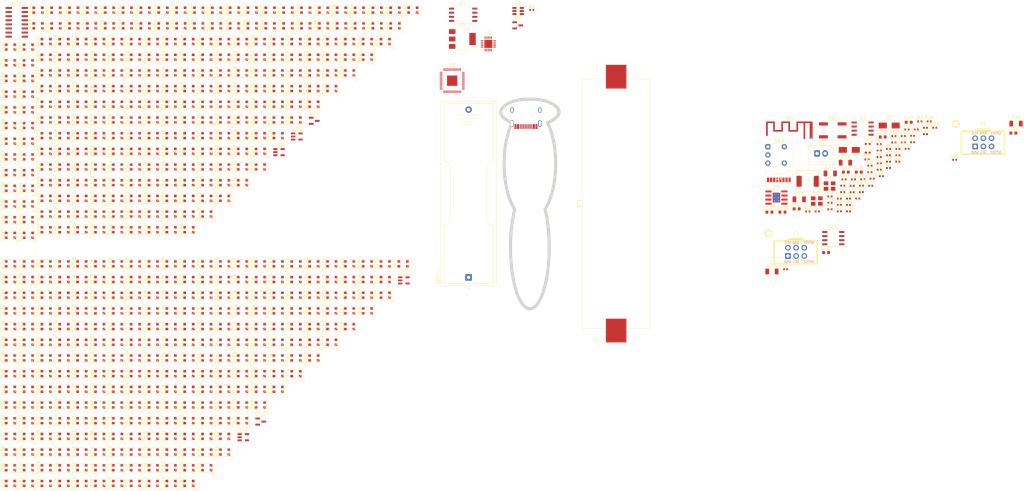
<source format=kicad_pcb>
(kicad_pcb (version 20220914) (generator pcbnew)
  (layers (0 "F.Cu" signal) (31 "B.Cu" signal) (34 "B.Paste" user) (35 "F.Paste" user) (36 "B.SilkS" user "B.Silkscreen") (37 "F.SilkS" user "F.Silkscreen") (38 "B.Mask" user) (39 "F.Mask" user) (44 "Edge.Cuts" user))
  (net 0 "")
  (net 1 "/PortWing/GND")
  (net 2 "Net-(D3-DIN)")
  (net 3 "/PortWing/5V")
  (net 4 "/BATTERY_RAW")
  (net 5 "Net-(D243-DOUT)")
  (net 6 "Net-(D19-DIN)")
  (net 7 "Net-(D244-DOUT)")
  (net 8 "Net-(D20-DIN)")
  (net 9 "Net-(D21-DIN)")
  (net 10 "Net-(D245-DOUT)")
  (net 11 "Net-(D246-DOUT)")
  (net 12 "Net-(D22-DIN)")
  (net 13 "Net-(D247-DOUT)")
  (net 14 "Net-(D23-DIN)")
  (net 15 "Net-(D248-DOUT)")
  (net 16 "Net-(D24-DIN)")
  (net 17 "Net-(D25-DIN)")
  (net 18 "Net-(D10-DOUT)")
  (net 19 "Net-(D11-DIN)")
  (net 20 "Net-(D11-DOUT)")
  (net 21 "Net-(D12-DIN)")
  (net 22 "Net-(D12-DOUT)")
  (net 23 "Net-(D13-DIN)")
  (net 24 "Net-(D13-DOUT)")
  (net 25 "Net-(D14-DIN)")
  (net 26 "Net-(D14-DOUT)")
  (net 27 "Net-(D15-DIN)")
  (net 28 "Net-(D15-DOUT)")
  (net 29 "Net-(D16-DIN)")
  (net 30 "Net-(D16-DOUT)")
  (net 31 "Net-(D17-DIN)")
  (net 32 "Net-(D17-DOUT)")
  (net 33 "Net-(D18-DIN)")
  (net 34 "Net-(D18-DOUT)")
  (net 35 "Net-(D19-DOUT)")
  (net 36 "Net-(D20-DOUT)")
  (net 37 "Net-(D21-DOUT)")
  (net 38 "Net-(D22-DOUT)")
  (net 39 "Net-(D23-DOUT)")
  (net 40 "Net-(D24-DOUT)")
  (net 41 "Net-(D25-DOUT)")
  (net 42 "Net-(D26-DOUT)")
  (net 43 "Net-(D27-DOUT)")
  (net 44 "Net-(D28-DOUT)")
  (net 45 "Net-(D29-DOUT)")
  (net 46 "Net-(D30-DOUT)")
  (net 47 "Net-(D31-DOUT)")
  (net 48 "Net-(D32-DOUT)")
  (net 49 "Net-(D33-DOUT)")
  (net 50 "Net-(D34-DOUT)")
  (net 51 "Net-(D35-DOUT)")
  (net 52 "Net-(D36-DOUT)")
  (net 53 "Net-(D37-DOUT)")
  (net 54 "Net-(D38-DOUT)")
  (net 55 "Net-(D39-DOUT)")
  (net 56 "Net-(D40-DOUT)")
  (net 57 "Net-(D41-DOUT)")
  (net 58 "Net-(D42-DOUT)")
  (net 59 "Net-(D43-DOUT)")
  (net 60 "Net-(D44-DOUT)")
  (net 61 "Net-(D45-DOUT)")
  (net 62 "Net-(D46-DOUT)")
  (net 63 "Net-(D47-DOUT)")
  (net 64 "Net-(D48-DOUT)")
  (net 65 "Net-(D49-DOUT)")
  (net 66 "Net-(D50-DOUT)")
  (net 67 "Net-(D51-DOUT)")
  (net 68 "Net-(D52-DOUT)")
  (net 69 "Net-(D53-DOUT)")
  (net 70 "Net-(D54-DOUT)")
  (net 71 "Net-(D55-DOUT)")
  (net 72 "Net-(D56-DOUT)")
  (net 73 "Net-(D57-DOUT)")
  (net 74 "Net-(D58-DOUT)")
  (net 75 "Net-(D59-DOUT)")
  (net 76 "Net-(D60-DOUT)")
  (net 77 "Net-(D61-DOUT)")
  (net 78 "Net-(D62-DOUT)")
  (net 79 "Net-(D63-DOUT)")
  (net 80 "Net-(D64-DOUT)")
  (net 81 "Net-(D65-DOUT)")
  (net 82 "Net-(D66-DOUT)")
  (net 83 "Net-(D67-DOUT)")
  (net 84 "Net-(D68-DOUT)")
  (net 85 "Net-(D69-DOUT)")
  (net 86 "Net-(D70-DOUT)")
  (net 87 "Net-(D71-DOUT)")
  (net 88 "Net-(D72-DOUT)")
  (net 89 "Net-(D73-DOUT)")
  (net 90 "Net-(D74-DOUT)")
  (net 91 "Net-(D75-DOUT)")
  (net 92 "Net-(D76-DOUT)")
  (net 93 "Net-(D77-DOUT)")
  (net 94 "Net-(D78-DOUT)")
  (net 95 "Net-(D79-DOUT)")
  (net 96 "Net-(D80-DOUT)")
  (net 97 "Net-(D81-DOUT)")
  (net 98 "Net-(D82-DOUT)")
  (net 99 "Net-(D83-DOUT)")
  (net 100 "Net-(D10-DIN)")
  (net 101 "Net-(D100-DIN)")
  (net 102 "Net-(D101-DIN)")
  (net 103 "Net-(D102-DIN)")
  (net 104 "Net-(D103-DIN)")
  (net 105 "Net-(D104-DIN)")
  (net 106 "Net-(D105-DIN)")
  (net 107 "Net-(D106-DIN)")
  (net 108 "Net-(D107-DIN)")
  (net 109 "Net-(D108-DIN)")
  (net 110 "Net-(D109-DIN)")
  (net 111 "Net-(D110-DIN)")
  (net 112 "Net-(D111-DIN)")
  (net 113 "Net-(D112-DIN)")
  (net 114 "Net-(D113-DIN)")
  (net 115 "Net-(D114-DIN)")
  (net 116 "Net-(D100-DOUT)")
  (net 117 "Net-(D101-DOUT)")
  (net 118 "Net-(D102-DOUT)")
  (net 119 "Net-(D103-DOUT)")
  (net 120 "Net-(D104-DOUT)")
  (net 121 "Net-(D105-DOUT)")
  (net 122 "Net-(D106-DOUT)")
  (net 123 "Net-(D107-DOUT)")
  (net 124 "Net-(D108-DOUT)")
  (net 125 "Net-(D109-DOUT)")
  (net 126 "Net-(D110-DOUT)")
  (net 127 "Net-(D111-DOUT)")
  (net 128 "Net-(D112-DOUT)")
  (net 129 "Net-(D113-DOUT)")
  (net 130 "Net-(D114-DOUT)")
  (net 131 "Net-(D115-DIN)")
  (net 132 "Net-(D116-DOUT)")
  (net 133 "Net-(D117-DOUT)")
  (net 134 "Net-(D118-DOUT)")
  (net 135 "Net-(D119-DOUT)")
  (net 136 "Net-(D120-DOUT)")
  (net 137 "Net-(D115-DOUT)")
  (net 138 "Net-(D121-DOUT)")
  (net 139 "Net-(D123-DOUT)")
  (net 140 "Net-(D124-DOUT)")
  (net 141 "Net-(D125-DOUT)")
  (net 142 "Net-(D126-DOUT)")
  (net 143 "Net-(D127-DOUT)")
  (net 144 "Net-(D128-DOUT)")
  (net 145 "Net-(D129-DOUT)")
  (net 146 "Net-(D130-DOUT)")
  (net 147 "Net-(D131-DOUT)")
  (net 148 "Net-(D132-DOUT)")
  (net 149 "Net-(D133-DOUT)")
  (net 150 "Net-(D134-DOUT)")
  (net 151 "Net-(D122-DOUT)")
  (net 152 "Net-(D135-DOUT)")
  (net 153 "Net-(D137-DOUT)")
  (net 154 "Net-(D138-DOUT)")
  (net 155 "Net-(D139-DOUT)")
  (net 156 "Net-(D140-DOUT)")
  (net 157 "Net-(D141-DOUT)")
  (net 158 "Net-(D142-DOUT)")
  (net 159 "Net-(D143-DOUT)")
  (net 160 "Net-(D144-DOUT)")
  (net 161 "Net-(D145-DOUT)")
  (net 162 "Net-(D146-DOUT)")
  (net 163 "Net-(D147-DOUT)")
  (net 164 "Net-(D148-DOUT)")
  (net 165 "Net-(D149-DOUT)")
  (net 166 "Net-(D150-DOUT)")
  (net 167 "Net-(D151-DOUT)")
  (net 168 "Net-(D152-DOUT)")
  (net 169 "Net-(D153-DOUT)")
  (net 170 "Net-(D154-DOUT)")
  (net 171 "Net-(D155-DOUT)")
  (net 172 "Net-(D156-DOUT)")
  (net 173 "Net-(D157-DOUT)")
  (net 174 "Net-(D158-DOUT)")
  (net 175 "Net-(D159-DOUT)")
  (net 176 "Net-(D160-DOUT)")
  (net 177 "Net-(D161-DOUT)")
  (net 178 "Net-(D162-DOUT)")
  (net 179 "Net-(D163-DOUT)")
  (net 180 "Net-(D164-DOUT)")
  (net 181 "Net-(D165-DOUT)")
  (net 182 "Net-(D166-DOUT)")
  (net 183 "Net-(D167-DOUT)")
  (net 184 "Net-(D168-DOUT)")
  (net 185 "Net-(D169-DOUT)")
  (net 186 "Net-(D170-DOUT)")
  (net 187 "Net-(D171-DOUT)")
  (net 188 "Net-(D172-DOUT)")
  (net 189 "Net-(D173-DOUT)")
  (net 190 "Net-(D174-DOUT)")
  (net 191 "Net-(D175-DOUT)")
  (net 192 "Net-(D176-DOUT)")
  (net 193 "Net-(D177-DOUT)")
  (net 194 "Net-(D178-DOUT)")
  (net 195 "Net-(D179-DOUT)")
  (net 196 "Net-(D180-DOUT)")
  (net 197 "Net-(D181-DOUT)")
  (net 198 "Net-(D182-DOUT)")
  (net 199 "Net-(D183-DOUT)")
  (net 200 "Net-(D184-DOUT)")
  (net 201 "Net-(D185-DOUT)")
  (net 202 "Net-(D186-DOUT)")
  (net 203 "Net-(D187-DOUT)")
  (net 204 "Net-(D188-DOUT)")
  (net 205 "Net-(D189-DOUT)")
  (net 206 "Net-(D190-DOUT)")
  (net 207 "Net-(D191-DOUT)")
  (net 208 "Net-(D192-DOUT)")
  (net 209 "Net-(D193-DOUT)")
  (net 210 "Net-(D194-DOUT)")
  (net 211 "Net-(D195-DOUT)")
  (net 212 "Net-(D196-DOUT)")
  (net 213 "Net-(D197-DOUT)")
  (net 214 "Net-(D198-DOUT)")
  (net 215 "Net-(D199-DOUT)")
  (net 216 "Net-(D200-DOUT)")
  (net 217 "Net-(D201-DOUT)")
  (net 218 "Net-(D202-DOUT)")
  (net 219 "Net-(D203-DOUT)")
  (net 220 "Net-(D204-DOUT)")
  (net 221 "Net-(D205-DOUT)")
  (net 222 "Net-(D206-DOUT)")
  (net 223 "Net-(D207-DOUT)")
  (net 224 "Net-(D208-DOUT)")
  (net 225 "Net-(D209-DOUT)")
  (net 226 "Net-(D210-DOUT)")
  (net 227 "Net-(D211-DOUT)")
  (net 228 "Net-(D212-DOUT)")
  (net 229 "Net-(D213-DOUT)")
  (net 230 "Net-(D214-DOUT)")
  (net 231 "Net-(D215-DOUT)")
  (net 232 "Net-(D216-DOUT)")
  (net 233 "Net-(D217-DOUT)")
  (net 234 "Net-(D218-DOUT)")
  (net 235 "Net-(D219-DOUT)")
  (net 236 "Net-(D220-DOUT)")
  (net 237 "Net-(D221-DOUT)")
  (net 238 "Net-(D222-DOUT)")
  (net 239 "Net-(D223-DOUT)")
  (net 240 "Net-(D224-DOUT)")
  (net 241 "Net-(D225-DOUT)")
  (net 242 "Net-(D226-DOUT)")
  (net 243 "Net-(D227-DOUT)")
  (net 244 "Net-(D228-DOUT)")
  (net 245 "Net-(D229-DOUT)")
  (net 246 "Net-(D230-DOUT)")
  (net 247 "Net-(D231-DOUT)")
  (net 248 "Net-(D232-DOUT)")
  (net 249 "Net-(D233-DOUT)")
  (net 250 "Net-(D234-DOUT)")
  (net 251 "Net-(D235-DOUT)")
  (net 252 "Net-(D236-DOUT)")
  (net 253 "Net-(D237-DOUT)")
  (net 254 "Net-(D238-DOUT)")
  (net 255 "Net-(D239-DOUT)")
  (net 256 "Net-(D240-DOUT)")
  (net 257 "Net-(D241-DOUT)")
  (net 258 "Net-(D242-DOUT)")
  (net 261 "/StbdWing/GND")
  (net 262 "Net-(D259-DIN)")
  (net 263 "/StbdWing/5V")
  (net 264 "Net-(D259-DOUT)")
  (net 265 "Net-(D260-DIN)")
  (net 266 "Net-(D260-DOUT)")
  (net 267 "Net-(D261-DIN)")
  (net 268 "Net-(D261-DOUT)")
  (net 269 "Net-(D262-DIN)")
  (net 270 "Net-(D262-DOUT)")
  (net 271 "Net-(D263-DIN)")
  (net 272 "Net-(D263-DOUT)")
  (net 273 "Net-(D264-DIN)")
  (net 274 "Net-(D264-DOUT)")
  (net 275 "Net-(D265-DIN)")
  (net 276 "Net-(D265-DOUT)")
  (net 277 "Net-(D266-DIN)")
  (net 278 "Net-(D266-DOUT)")
  (net 279 "Net-(D267-DIN)")
  (net 280 "Net-(D267-DOUT)")
  (net 281 "Net-(D268-DIN)")
  (net 282 "Net-(D268-DOUT)")
  (net 283 "Net-(D269-DIN)")
  (net 284 "Net-(D269-DOUT)")
  (net 285 "Net-(D270-DIN)")
  (net 286 "Net-(D270-DOUT)")
  (net 287 "Net-(D271-DIN)")
  (net 288 "Net-(D271-DOUT)")
  (net 289 "Net-(D272-DIN)")
  (net 290 "Net-(D272-DOUT)")
  (net 291 "Net-(D273-DIN)")
  (net 292 "Net-(D273-DOUT)")
  (net 293 "Net-(D274-DIN)")
  (net 294 "Net-(D274-DOUT)")
  (net 295 "Net-(D275-DOUT)")
  (net 296 "Net-(D276-DOUT)")
  (net 297 "Net-(D277-DOUT)")
  (net 298 "Net-(D278-DOUT)")
  (net 299 "Net-(D279-DOUT)")
  (net 300 "Net-(D280-DOUT)")
  (net 301 "Net-(D281-DOUT)")
  (net 302 "Net-(D282-DOUT)")
  (net 303 "Net-(D283-DOUT)")
  (net 304 "Net-(D284-DOUT)")
  (net 305 "Net-(D285-DOUT)")
  (net 306 "Net-(D286-DOUT)")
  (net 307 "Net-(D287-DOUT)")
  (net 308 "Net-(D288-DOUT)")
  (net 309 "Net-(D289-DOUT)")
  (net 310 "Net-(D290-DOUT)")
  (net 311 "Net-(D291-DOUT)")
  (net 312 "Net-(D292-DOUT)")
  (net 313 "Net-(D293-DOUT)")
  (net 314 "Net-(D294-DOUT)")
  (net 315 "Net-(D295-DOUT)")
  (net 316 "Net-(D296-DOUT)")
  (net 317 "Net-(D297-DOUT)")
  (net 318 "Net-(D298-DOUT)")
  (net 319 "Net-(D299-DOUT)")
  (net 320 "Net-(D300-DOUT)")
  (net 321 "Net-(D301-DOUT)")
  (net 322 "Net-(D302-DOUT)")
  (net 323 "Net-(D303-DOUT)")
  (net 324 "Net-(D304-DOUT)")
  (net 325 "Net-(D305-DOUT)")
  (net 326 "Net-(D306-DOUT)")
  (net 327 "Net-(D307-DOUT)")
  (net 328 "Net-(D308-DOUT)")
  (net 329 "Net-(D309-DOUT)")
  (net 330 "Net-(D310-DOUT)")
  (net 331 "Net-(D311-DOUT)")
  (net 332 "Net-(D312-DOUT)")
  (net 333 "Net-(D313-DOUT)")
  (net 334 "Net-(D314-DOUT)")
  (net 335 "Net-(D315-DOUT)")
  (net 336 "Net-(D316-DOUT)")
  (net 337 "Net-(D317-DOUT)")
  (net 338 "Net-(D318-DOUT)")
  (net 339 "Net-(D319-DOUT)")
  (net 340 "Net-(D320-DOUT)")
  (net 341 "Net-(D321-DOUT)")
  (net 342 "Net-(D322-DOUT)")
  (net 343 "Net-(D323-DOUT)")
  (net 344 "Net-(D324-DOUT)")
  (net 345 "Net-(D325-DOUT)")
  (net 346 "Net-(D326-DOUT)")
  (net 347 "Net-(D327-DOUT)")
  (net 348 "Net-(D328-DOUT)")
  (net 349 "Net-(D329-DOUT)")
  (net 350 "Net-(D330-DOUT)")
  (net 351 "Net-(D331-DOUT)")
  (net 352 "Net-(D332-DOUT)")
  (net 353 "Net-(D333-DOUT)")
  (net 354 "Net-(D334-DOUT)")
  (net 355 "Net-(D335-DOUT)")
  (net 356 "Net-(D336-DOUT)")
  (net 357 "Net-(D337-DOUT)")
  (net 358 "Net-(D338-DOUT)")
  (net 359 "Net-(D339-DOUT)")
  (net 360 "Net-(D340-DOUT)")
  (net 361 "Net-(D341-DOUT)")
  (net 362 "Net-(D342-DOUT)")
  (net 363 "Net-(D343-DOUT)")
  (net 364 "Net-(D344-DOUT)")
  (net 365 "Net-(D345-DOUT)")
  (net 366 "Net-(D346-DOUT)")
  (net 367 "Net-(D347-DOUT)")
  (net 368 "Net-(D348-DOUT)")
  (net 369 "Net-(D349-DOUT)")
  (net 370 "Net-(D350-DOUT)")
  (net 371 "Net-(D351-DOUT)")
  (net 372 "Net-(D352-DOUT)")
  (net 373 "Net-(D353-DOUT)")
  (net 374 "Net-(D354-DOUT)")
  (net 375 "Net-(D355-DOUT)")
  (net 376 "Net-(D356-DOUT)")
  (net 377 "Net-(D357-DOUT)")
  (net 378 "Net-(D358-DOUT)")
  (net 379 "Net-(D359-DOUT)")
  (net 380 "Net-(D360-DOUT)")
  (net 381 "Net-(D361-DOUT)")
  (net 382 "Net-(D362-DOUT)")
  (net 383 "Net-(D363-DOUT)")
  (net 384 "Net-(D364-DOUT)")
  (net 385 "Net-(D365-DOUT)")
  (net 386 "Net-(D366-DOUT)")
  (net 387 "Net-(D367-DOUT)")
  (net 388 "Net-(D368-DOUT)")
  (net 389 "Net-(D369-DOUT)")
  (net 390 "Net-(D370-DOUT)")
  (net 391 "Net-(D371-DOUT)")
  (net 392 "Net-(D372-DOUT)")
  (net 393 "Net-(D373-DOUT)")
  (net 394 "Net-(D374-DOUT)")
  (net 395 "Net-(D375-DOUT)")
  (net 396 "Net-(D376-DOUT)")
  (net 397 "Net-(D377-DOUT)")
  (net 398 "Net-(D378-DOUT)")
  (net 399 "Net-(D379-DOUT)")
  (net 400 "Net-(D380-DOUT)")
  (net 401 "Net-(D381-DOUT)")
  (net 402 "Net-(D382-DOUT)")
  (net 403 "Net-(D383-DOUT)")
  (net 404 "Net-(D384-DOUT)")
  (net 405 "Net-(D385-DOUT)")
  (net 406 "Net-(D386-DOUT)")
  (net 407 "Net-(D387-DOUT)")
  (net 408 "Net-(D388-DOUT)")
  (net 409 "Net-(D389-DOUT)")
  (net 410 "Net-(D390-DOUT)")
  (net 411 "Net-(D391-DOUT)")
  (net 412 "Net-(D392-DOUT)")
  (net 413 "Net-(D393-DOUT)")
  (net 414 "Net-(D394-DOUT)")
  (net 415 "Net-(D395-DOUT)")
  (net 416 "Net-(D396-DOUT)")
  (net 417 "Net-(D397-DOUT)")
  (net 418 "Net-(D398-DOUT)")
  (net 419 "Net-(D399-DOUT)")
  (net 420 "Net-(D400-DOUT)")
  (net 421 "Net-(D401-DOUT)")
  (net 422 "Net-(D402-DOUT)")
  (net 423 "Net-(D403-DOUT)")
  (net 424 "Net-(D404-DOUT)")
  (net 425 "Net-(D405-DOUT)")
  (net 426 "Net-(D406-DOUT)")
  (net 427 "Net-(D407-DOUT)")
  (net 428 "Net-(D408-DOUT)")
  (net 429 "Net-(D409-DOUT)")
  (net 430 "Net-(D410-DOUT)")
  (net 431 "Net-(D411-DOUT)")
  (net 432 "Net-(D412-DOUT)")
  (net 433 "Net-(D413-DOUT)")
  (net 434 "Net-(D414-DOUT)")
  (net 435 "Net-(D415-DOUT)")
  (net 436 "Net-(D416-DOUT)")
  (net 437 "Net-(D417-DOUT)")
  (net 438 "Net-(D418-DOUT)")
  (net 439 "Net-(D419-DOUT)")
  (net 440 "Net-(D420-DOUT)")
  (net 441 "Net-(D421-DOUT)")
  (net 442 "Net-(D422-DOUT)")
  (net 443 "Net-(D423-DOUT)")
  (net 444 "Net-(D424-DOUT)")
  (net 445 "Net-(D425-DOUT)")
  (net 446 "Net-(D426-DOUT)")
  (net 447 "Net-(D427-DOUT)")
  (net 448 "Net-(D428-DOUT)")
  (net 449 "Net-(D429-DOUT)")
  (net 450 "Net-(D430-DOUT)")
  (net 451 "Net-(D431-DOUT)")
  (net 452 "Net-(D432-DOUT)")
  (net 453 "Net-(D433-DOUT)")
  (net 454 "Net-(D434-DOUT)")
  (net 455 "Net-(D435-DOUT)")
  (net 456 "Net-(D436-DOUT)")
  (net 457 "Net-(D437-DOUT)")
  (net 458 "Net-(D438-DOUT)")
  (net 459 "Net-(D439-DOUT)")
  (net 460 "Net-(D440-DOUT)")
  (net 461 "Net-(D441-DOUT)")
  (net 462 "Net-(D442-DOUT)")
  (net 463 "Net-(D443-DOUT)")
  (net 464 "Net-(D444-DOUT)")
  (net 465 "Net-(D445-DOUT)")
  (net 466 "Net-(D446-DOUT)")
  (net 467 "Net-(D447-DOUT)")
  (net 468 "Net-(D448-DOUT)")
  (net 469 "Net-(D449-DOUT)")
  (net 470 "Net-(D450-DOUT)")
  (net 471 "Net-(D451-DOUT)")
  (net 472 "Net-(D452-DOUT)")
  (net 473 "Net-(D453-DOUT)")
  (net 474 "Net-(D454-DOUT)")
  (net 475 "Net-(D455-DOUT)")
  (net 476 "Net-(D456-DOUT)")
  (net 477 "Net-(D457-DOUT)")
  (net 478 "Net-(D458-DOUT)")
  (net 479 "Net-(D459-DOUT)")
  (net 480 "Net-(D460-DOUT)")
  (net 481 "Net-(D461-DOUT)")
  (net 482 "Net-(D462-DOUT)")
  (net 483 "Net-(D463-DOUT)")
  (net 484 "Net-(D464-DOUT)")
  (net 485 "Net-(D465-DOUT)")
  (net 486 "Net-(D466-DOUT)")
  (net 487 "Net-(D467-DOUT)")
  (net 488 "Net-(D468-DOUT)")
  (net 489 "Net-(D469-DOUT)")
  (net 490 "Net-(D470-DOUT)")
  (net 491 "Net-(D471-DOUT)")
  (net 492 "Net-(D472-DOUT)")
  (net 493 "Net-(D473-DOUT)")
  (net 494 "Net-(D474-DOUT)")
  (net 495 "Net-(D475-DOUT)")
  (net 496 "Net-(D476-DOUT)")
  (net 497 "Net-(D477-DOUT)")
  (net 498 "Net-(D478-DOUT)")
  (net 499 "Net-(D479-DOUT)")
  (net 500 "Net-(D480-DOUT)")
  (net 501 "Net-(D481-DOUT)")
  (net 502 "Net-(D482-DOUT)")
  (net 503 "Net-(D483-DOUT)")
  (net 504 "Net-(D484-DOUT)")
  (net 505 "Net-(D485-DOUT)")
  (net 506 "Net-(D486-DOUT)")
  (net 507 "Net-(D487-DOUT)")
  (net 508 "Net-(D488-DOUT)")
  (net 509 "Net-(D489-DOUT)")
  (net 510 "Net-(D490-DOUT)")
  (net 511 "Net-(D491-DOUT)")
  (net 512 "Net-(D492-DOUT)")
  (net 513 "Net-(D493-DOUT)")
  (net 514 "Net-(D494-DOUT)")
  (net 515 "Net-(D495-DOUT)")
  (net 516 "Net-(D496-DOUT)")
  (net 517 "Net-(D497-DOUT)")
  (net 518 "Net-(D498-DOUT)")
  (net 521 "+3V3")
  (net 522 "Net-(D136-DOUT)")
  (net 523 "Net-(Q1-E)")
  (net 524 "Net-(U1-DO(IO1))")
  (net 525 "Net-(U1-IO2)")
  (net 526 "GND")
  (net 527 "Net-(U1-DI(IO0))")
  (net 528 "Net-(U1-CLK)")
  (net 529 "Net-(U1-IO3)")
  (net 530 "/IRDA_TX")
  (net 531 "/IRDA_RX")
  (net 532 "/SCK")
  (net 533 "/COPI")
  (net 534 "/CIPO")
  (net 535 "/NRF_CS")
  (net 536 "/NRF_CE")
  (net 537 "/NRF_IRQ")
  (net 538 "/IRDA_SD")
  (net 539 "/STBD_GP1")
  (net 540 "/STBD_GP0")
  (net 541 "/PORT_GP1")
  (net 542 "/PORT_GP0")
  (net 543 "Net-(AE1-A)")
  (net 544 "Net-(D1-K)")
  (net 545 "Net-(U7-VCC1)")
  (net 546 "Net-(U3-XIN)")
  (net 547 "Net-(U3-XOUT)")
  (net 548 "Net-(U1-~{CS})")
  (net 549 "Net-(P1-SWCLK{slash}TCK)")
  (net 550 "Net-(P1-SWDIO{slash}TMS)")
  (net 551 "/RST")
  (net 552 "/SDA")
  (net 553 "/SCL")
  (net 555 "/PORT_LED_2")
  (net 556 "/PORT_LED_1")
  (net 557 "/STBD_LED_2")
  (net 558 "/STBD_LED_1")
  (net 559 "/MOTOR_A")
  (net 560 "/MOTOR_B")
  (net 561 "Net-(C27-Pad1)")
  (net 562 "Net-(U3-DVDD)")
  (net 563 "/HALL_SENSOR")
  (net 564 "/AMBIENT_LIGHT")
  (net 565 "+1V1")
  (net 566 "Net-(U3-GPIO27_ADC1)")
  (net 567 "Net-(U3-USB_DM)")
  (net 568 "+5V")
  (net 569 "Net-(U3-USB_DP)")
  (net 570 "Net-(U6-XC2)")
  (net 571 "Net-(U6-XC1)")
  (net 572 "Net-(U6-VDD_PA)")
  (net 573 "Net-(U6-ANT1)")
  (net 574 "Net-(U6-ANT2)")
  (net 575 "Net-(U6-IREF)")
  (net 576 "Net-(M1-+)")
  (net 577 "Net-(M1--)")
  (net 579 "/PortWing/PORT_LED_1")
  (net 581 "/PortWing/PORT_LED_2")
  (net 582 "/PortWing/3V3")
  (net 584 "/StbdWing/PORT_LED_1")
  (net 586 "/StbdWing/PORT_LED_2")
  (net 587 "/StbdWing/3V3")
  (net 588 "Net-(J10-Pin_1)")
  (net 589 "Net-(J9-Pin_1)")
  (net 590 "Net-(J8-Pin_1)")
  (net 591 "Net-(J7-Pin_1)")
  (net 592 "/StbdWing/SDA")
  (net 593 "/StbdWing/SCL")
  (net 594 "Net-(J18-Pin_1)")
  (net 595 "Net-(J17-Pin_1)")
  (net 596 "Net-(J16-Pin_1)")
  (net 597 "Net-(J15-Pin_1)")
  (net 598 "Net-(J14-Pin_1)")
  (net 599 "Net-(J13-Pin_1)")
  (net 600 "Net-(J12-Pin_1)")
  (net 601 "Net-(J11-Pin_1)")
  (net 602 "Net-(U6-DVDD)")
  (net 603 "Net-(U25-OUT)")
  (net 604 "Net-(J1-CC1)")
  (net 605 "/USB_D+")
  (net 606 "/USB_D-")
  (net 608 "Net-(J1-CC2)")
  (net 610 "/MIC_OUT")
  (net 611 "Net-(U4-SS)")
  (net 612 "/VUSB")
  (net 613 "Net-(D2-A)")
  (net 614 "Net-(D516-K)")
  (net 615 "Net-(D516-A)")
  (net 616 "Net-(U2-CHRG)")
  (net 617 "Net-(R22-Pad1)")
  (net 618 "Net-(U3-GPIO14)")
  (net 619 "Net-(R1-Pad1)")
  (net 620 "Net-(U4-EN)")
  (net 621 "Net-(U4-FB)")
  (net 622 "Net-(U7-VCC2_IRED-A)")
  (net 623 "Net-(U2-ISET)")
  (net 628 "Net-(U16-AC0)")
  (net 629 "Net-(U16-AC1)")
  (net 630 "/PortWing/SDA")
  (net 631 "/PortWing/SCL")
  (net 632 "/PortWing/NFC_MSG")
  (net 633 "/PortWing/PORT_GP0")
  (net 634 "/StbdWing/STBD_GP0")
  (net 635 "/StbdWing/STBD_GP1")
  (footprint "XL3528RGBW:XL-3528RGBW" (layer "F.Cu") (at 126.71 129.98)
    (fp_text reference "D35")
    (fp_text value "SK6812")
  )
  (footprint "XL3528RGBW:XL-3528RGBW" (layer "F.Cu") (at 179.5 46.51)
    (fp_text reference "D406")
    (fp_text value "SK6812")
  )
  (footprint "XL3528RGBW:XL-3528RGBW" (layer "F.Cu") (at 88 168.86)
    (fp_text reference "D136")
    (fp_text value "SK6812")
  )
  (footprint "XL3528RGBW:XL-3528RGBW" (layer "F.Cu") (at 104.59 80.53)
    (fp_text reference "D492")
    (fp_text value "SK6812")
  )
  (footprint "XL3528RGBW:XL-3528RGBW" (layer "F.Cu") (at 82.47 65.95)
    (fp_text reference "D513")
    (fp_text value "SK6812")
  )
  (footprint "XL3528RGBW:XL-3528RGBW" (layer "F.Cu") (at 137.77 178.58)
    (fp_text reference "D184")
    (fp_text value "SK6812")
  )
  (footprint "XL3528RGBW:XL-3528RGBW" (layer "F.Cu") (at 88 61.09)
    (fp_text reference "D266")
    (fp_text value "SK6812")
  )
  (footprint "XL3528RGBW:XL-3528RGBW" (layer "F.Cu") (at 154.36 80.53)
    (fp_text reference "D328")
    (fp_text value "SK6812")
  )
  (footprint "XL3528RGBW:XL-3528RGBW" (layer "F.Cu") (at 93.53 149.42)
    (fp_text reference "D70")
    (fp_text value "SK6812")
  )
  (footprint "XL3528RGBW:XL-3528RGBW" (layer "F.Cu") (at 99.06 120.26)
    (fp_text reference "D34")
    (fp_text value "SK6812")
  )
  (footprint "XL3528RGBW:XL-3528RGBW" (layer "F.Cu") (at 148.83 61.09)
    (fp_text reference "D393")
    (fp_text value "SK6812")
  )
  (footprint "XL3528RGBW:XL-3528RGBW" (layer "F.Cu") (at 76.94 101.7)
    (fp_text reference "D313")
    (fp_text value "SK6812")
  )
  (footprint "XL3528RGBW:XL-3528RGBW" (layer "F.Cu") (at 143.3 95.11)
    (fp_text reference "D410")
    (fp_text value "SK6812")
  )
  (footprint "XL3528RGBW:XL-3528RGBW" (layer "F.Cu") (at 132.24 134.84)
    (fp_text reference "D257")
    (fp_text value "SK6812")
  )
  (footprint "XL3528RGBW:XL-3528RGBW" (layer "F.Cu") (at 76.94 164)
    (fp_text reference "D86")
    (fp_text value "SK6812")
  )
  (footprint "XL3528RGBW:XL-3528RGBW" (layer "F.Cu") (at 126.71 109.69)
    (fp_text reference "D468")
    (fp_text value "SK6812")
  )
  (footprint "XL3528RGBW:XL-3528RGBW" (layer "F.Cu") (at 104.59 65.95)
    (fp_text reference "D451")
    (fp_text value "SK6812")
  )
  (footprint "XL3528RGBW:XL-3528RGBW" (layer "F.Cu") (at 71.41 125.12)
    (fp_text reference "D228")
    (fp_text value "SK6812")
  )
  (footprint "XL3528RGBW:XL-3528RGBW" (layer "F.Cu") (at 132.24 149.42)
    (fp_text reference "D66")
    (fp_text value "SK6812")
  )
  (footprint "XL3528RGBW:XL-3528RGBW" (layer "F.Cu") (at 151.85 41.65)
    (fp_text reference "D401")
    (fp_text value "SK6812")
  )
  (footprint "XL3528RGBW:XL-3528RGBW" (layer "F.Cu") (at 115.65 168.86)
    (fp_text reference "D55")
    (fp_text value "SK6812")
  )
  (footprint "Capacitor_SMD:C_0402_1005Metric" (layer "F.Cu") (at 340.61 89.14)
    (fp_text reference "R21")
    (fp_text value "330")
  )
  (footprint "XL3528RGBW:XL-3528RGBW" (layer "F.Cu") (at 82.47 75.67)
    (fp_text reference "D392")
    (fp_text value "SK6812")
  )
  (footprint "XL3528RGBW:XL-3528RGBW" (layer "F.Cu") (at 88 125.12)
    (fp_text reference "D33")
    (fp_text value "SK6812")
  )
  (footprint "XL3528RGBW:XL-3528RGBW" (layer "F.Cu") (at 132.24 56.23)
    (fp_text reference "D344")
    (fp_text value "SK6812")
  )
  (footprint "XL3528RGBW:XL-3528RGBW" (layer "F.Cu") (at 115.65 70.81)
    (fp_text reference "D390")
    (fp_text value "SK6812")
  )
  (footprint "Capacitor_SMD:C_0402_1005Metric" (layer "F.Cu") (at 356.08 76.11)
    (fp_text reference "R20")
    (fp_text value "2.2K")
  )
  (footprint "XL3528RGBW:XL-3528RGBW" (layer "F.Cu") (at 104.59 99.97)
    (fp_text reference "D295")
    (fp_text value "SK6812")
  )
  (footprint "XL3528RGBW:XL-3528RGBW" (layer "F.Cu") (at 126.71 164)
    (fp_text reference "D207")
    (fp_text value "SK6812")
  )
  (footprint "XL3528RGBW:XL-3528RGBW" (layer "F.Cu") (at 187.54 120.26)
    (fp_text reference "D236")
    (fp_text value "SK6812")
  )
  (footprint "XL3528RGBW:XL-3528RGBW" (layer "F.Cu") (at 115.65 139.7)
    (fp_text reference "D120")
    (fp_text value "SK6812")
  )
  (footprint "XL3528RGBW:XL-3528RGBW" (layer "F.Cu") (at 126.71 85.39)
    (fp_text reference "D277")
    (fp_text value "SK6812")
  )
  (footprint "XL3528RGBW:XL-3528RGBW" (layer "F.Cu") (at 99.06 104.83)
    (fp_text reference "D336")
    (fp_text value "SK6812")
  )
  (footprint "XL3528RGBW:XL-3528RGBW" (layer "F.Cu") (at 110.12 144.56)
    (fp_text reference "D82")
    (fp_text value "SK6812")
  )
  (footprint "XL3528RGBW:XL-3528RGBW" (layer "F.Cu") (at 121.18 70.81)
    (fp_text reference "D298")
    (fp_text value "SK6812")
  )
  (footprint "XL3528RGBW:XL-3528RGBW" (layer "F.Cu") (at 126.71 139.7)
    (fp_text reference "D14")
    (fp_text value "SK6812")
  )
  (footprint "XL3528RGBW:XL-3528RGBW" (layer "F.Cu") (at 104.59 183.44)
    (fp_text reference "D71")
    (fp_text value "SK6812")
  )
  (footprint "XL3528RGBW:XL-3528RGBW" (layer "F.Cu") (at 96.55 41.65)
    (fp_text reference "D345")
    (fp_text value "SK6812")
  )
  (footprint "XL3528RGBW:XL-3528RGBW" (layer "F.Cu") (at 159.89 70.81)
    (fp_text reference "D382")
    (fp_text value "SK6812")
  )
  (footprint "XL3528RGBW:XL-3528RGBW" (layer "F.Cu") (at 137.77 95.11)
    (fp_text reference "D505")
    (fp_text value "SK6812")
  )
  (footprint "XL3528RGBW:XL-3528RGBW" (layer "F.Cu") (at 159.89 65.95)
    (fp_text reference "D476")
    (fp_text value "SK6812")
  )
  (footprint "XL3528RGBW:XL-3528RGBW" (layer "F.Cu") (at 187.54 129.98)
    (fp_text reference "D37")
    (fp_text value "SK6812")
  )
  (footprint "XL3528RGBW:XL-3528RGBW" (layer "F.Cu") (at 110.12 51.37)
    (fp_text reference "D470")
    (fp_text value "SK6812")
  )
  (footprint "XL3528RGBW:XL-3528RGBW" (layer "F.Cu") (at 121.18 99.97)
    (fp_text reference "D486")
    (fp_text value "SK6812")
  )
  (footprint "XL3528RGBW:XL-3528RGBW" (layer "F.Cu") (at 71.41 134.84)
    (fp_text reference "D235")
    (fp_text value "SK6812")
  )
  (footprint "XL3528RGBW:XL-3528RGBW" (layer "F.Cu") (at 159.89 154.28)
    (fp_text reference "D74")
    (fp_text value "SK6812")
  )
  (footprint "XL3528RGBW:XL-3528RGBW" (layer "F.Cu") (at 93.53 85.39)
    (fp_text reference "D267")
    (fp_text value "SK6812")
  )
  (footprint "XL3528RGBW:XL-3528RGBW" (layer "F.Cu") (at 85.49 46.51)
    (fp_text reference "D397")
    (fp_text value "SK6812")
  )
  (footprint "XL3528RGBW:XL-3528RGBW" (layer "F.Cu") (at 99.06 183.44)
    (fp_text reference "D41")
    (fp_text value "SK6812")
  )
  (footprint "XL3528RGBW:XL-3528RGBW" (layer "F.Cu") (at 110.12 173.72)
    (fp_text reference "D5")
    (fp_text value "SK6812")
  )
  (footprint "XL3528RGBW:XL-3528RGBW" (layer "F.Cu") (at 113.14 46.51)
    (fp_text reference "D383")
    (fp_text value "SK6812")
  )
  (footprint "XL3528RGBW:XL-3528RGBW" (layer "F.Cu") (at 93.53 120.26)
    (fp_text reference "D118")
    (fp_text value "SK6812")
  )
  (footprint "Package_SO:SOIC-8-1EP_3.9x4.9mm_P1.27mm_EP2.29x3mm_ThermalVias" (layer "F.Cu") (at 308.75 99.72)
    (fp_text reference "U4")
    (fp_text value "AX5201")
  )
  (footprint "XL3528RGBW:XL-3528RGBW" (layer "F.Cu") (at 110.12 61.09)
    (fp_text reference "D378")
    (fp_text value "SK6812")
  )
  (footprint "XL3528RGBW:XL-3528RGBW" (layer "F.Cu") (at 137.77 56.23)
    (fp_text reference "D294")
    (fp_text value "SK6812")
  )
  (footprint "XL3528RGBW:XL-3528RGBW" (layer "F.Cu") (at 143.3 70.81)
    (fp_text reference "D385")
    (fp_text value "SK6812")
  )
  (footprint "XL3528RGBW:XL-3528RGBW" (layer "F.Cu") (at 148.83 75.67)
    (fp_text reference "D452")
    (fp_text value "SK6812")
  )
  (footprint "Capacitor_SMD:C_0402_1005Metric" (layer "F.Cu") (at 350.94 82.58)
    (fp_text reference "C1")
    (fp_text value "0.1uF")
  )
  (footprint "XL3528RGBW:XL-3528RGBW" (layer "F.Cu") (at 148.83 154.28)
    (fp_text reference "D252")
    (fp_text value "SK6812")
  )
  (footprint "XL3528RGBW:XL-3528RGBW" (layer "F.Cu") (at 115.65 125.12)
    (fp_text reference "D61")
    (fp_text value "SK6812")
  )
  (footprint "XL3528RGBW:XL-3528RGBW" (layer "F.Cu") (at 99.06 65.95)
    (fp_text reference "D263")
    (fp_text value "SK6812")
  )
  (footprint "Resistor_SMD:R_0402_1005Metric" (layer "F.Cu") (at 329.7 94.08)
    (fp_text reference "R19")
    (fp_text value "1M")
  )
  (footprint "XL3528RGBW:XL-3528RGBW" (layer "F.Cu") (at 143.3 159.14)
    (fp_text reference "D147")
    (fp_text value "SK6812")
  )
  (footprint "XL3528RGBW:XL-3528RGBW" (layer "F.Cu") (at 76.94 134.84)
    (fp_text reference "D123")
    (fp_text value "SK6812")
  )
  (footprint "XL3528RGBW:XL-3528RGBW" (layer "F.Cu") (at 154.36 56.23)
    (fp_text reference "D375")
    (fp_text value "SK6812")
  )
  (footprint "XL3528RGBW:XL-3528RGBW" (layer "F.Cu") (at 82.47 61.09)
    (fp_text reference "D337")
    (fp_text value "SK6812")
  )
  (footprint "Capacitor_SMD:C_0402_1005Metric" (layer "F.Cu") (at 340.61 91.11)
    (fp_text reference "C9")
    (fp_text value "1uF")
  )
  (footprint "XL3528RGBW:XL-3528RGBW" (layer "F.Cu") (at 88 90.25)
    (fp_text reference "D301")
    (fp_text value "SK6812")
  )
  (footprint "Diode_SMD:D_SMA" (layer "F.Cu") (at 343.7 77.4)
    (fp_text reference "D2")
    (fp_text value "D_Schottky")
  )
  (footprint "XL3528RGBW:XL-3528RGBW" (layer "F.Cu") (at 76.94 120.26)
    (fp_text reference "D173")
    (fp_text value "SK6812")
  )
  (footprint "XL3528RGBW:XL-3528RGBW" (layer "F.Cu") (at 104.59 56.23)
    (fp_text reference "D363")
    (fp_text value "SK6812")
  )
  (footprint "XL3528RGBW:XL-3528RGBW" (layer "F.Cu") (at 148.83 159.14)
    (fp_text reference "D212")
    (fp_text value "SK6812")
  )
  (footprint "XL3528RGBW:XL-3528RGBW" (layer "F.Cu") (at 132.24 90.25)
    (fp_text reference "D441")
    (fp_text value "SK6812")
  )
  (footprint "XL3528RGBW:XL-3528RGBW" (layer "F.Cu") (at 71.41 154.28)
    (fp_text reference "D48")
    (fp_text value "SK6812")
  )
  (footprint "XL3528RGBW:XL-3528RGBW" (layer "F.Cu") (at 159.89 56.23)
    (fp_text reference "D308")
    (fp_text value "SK6812")
  )
  (footprint "XL3528RGBW:XL-3528RGBW" (layer "F.Cu") (at 143.3 164)
    (fp_text reference "D258")
    (fp_text value "SK6812")
  )
  (footprint "XL3528RGBW:XL-3528RGBW" (layer "F.Cu") (at 104.59 104.83)
    (fp_text reference "D483")
    (fp_text value "SK6812")
  )
  (footprint "XL3528RGBW:XL-3528RGBW" (layer "F.Cu") (at 115.65 159.14)
    (fp_text reference "D105")
    (fp_text value "SK6812")
  )
  (footprint "XL3528RGBW:XL-3528RGBW" (layer "F.Cu") (at 126.71 168.86)
    (fp_text reference "D255")
    (fp_text value "SK6812")
  )
  (footprint "XL3528RGBW:XL-3528RGBW" (layer "F.Cu") (at 115.65 75.67)
    (fp_text reference "D292")
    (fp_text value "SK6812")
  )
  (footprint "XL3528RGBW:XL-3528RGBW" (layer "F.Cu") (at 88 134.84)
    (fp_text reference "D229")
    (fp_text value "SK6812")
  )
  (footprint "Capacitor_SMD:C_0603_1608Metric" (layer "F.Cu") (at 330.25 91.83)
    (fp_text reference "C42")
    (fp_text value "10uF")
  )
  (footprint "XL3528RGBW:XL-3528RGBW" (layer "F.Cu") (at 85.49 41.65)
    (fp_text reference "D291")
    (fp_text value "SK6812")
  )
  (footprint "XL3528RGBW:XL-3528RGBW" (layer "F.Cu") (at 165.42 149.42)
    (fp_text reference "D170")
    (fp_text value "SK6812")
  )
  (footprint "XL3528RGBW:XL-3528RGBW" (layer "F.Cu") (at 88 85.39)
    (fp_text reference "D300")
    (fp_text value "SK6812")
  )
  (footprint "XL3528RGBW:XL-3528RGBW" (layer "F.Cu") (at 159.89 75.67)
    (fp_text reference "D303")
    (fp_text value "SK6812")
  )
  (footprint "XL3528RGBW:XL-3528RGBW" (layer "F.Cu") (at 132.24 173.72)
    (fp_text reference "D97")
    (fp_text value "SK6812")
  )
  (footprint "XL3528RGBW:XL-3528RGBW" (layer "F.Cu") (at 182.01 134.84)
    (fp_text reference "D9")
    (fp_text value "SK6812")
  )
  (footprint "Button_Switch_THT:SW_Push_1P2T_Vertical_E-Switch_800UDP8P1A1M6" (layer "F.Cu") (at 306.1 83.96)
    (fp_text reference "SW3")
    (fp_text value "SW_SPDT")
  )
  (footprint "XL3528RGBW:XL-3528RGBW" (layer "F.Cu") (at 176.48 61.09)
    (fp_text reference "D333")
    (fp_text value "SK6812")
  )
  (footprint "XL3528RGBW:XL-3528RGBW" (layer "F.Cu") (at 168.44 46.51)
    (fp_text reference "D348")
    (fp_text value "SK6812")
  )
  (footprint "XL3528RGBW:XL-3528RGBW" (layer "F.Cu") (at 82.47 120.26)
    (fp_text reference "D63")
    (fp_text value "SK6812")
  )
  (footprint "XL3528RGBW:XL-3528RGBW" (layer "F.Cu") (at 115.65 95.11)
    (fp_text reference "D469")
    (fp_text value "SK6812")
  )
  (footprint "XL3528RGBW:XL-3528RGBW" (layer "F.Cu") (at 99.06 85.39)
    (fp_text reference "D360")
    (fp_text value "SK6812")
  )
  (footprint "XL3528RGBW:XL-3528RGBW" (layer "F.Cu") (at 110.12 80.53)
    (fp_text reference "D442")
    (fp_text value "SK6812")
  )
  (footprint "XL3528RGBW:XL-3528RGBW" (layer "F.Cu") (at 137.77 61.09)
    (fp_text reference "D443")
    (fp_text value "SK6812")
  )
  (footprint "XL3528RGBW:XL-3528RGBW" (layer "F.Cu") (at 143.3 168.86)
    (fp_text reference "D10")
    (fp_text value "SK6812")
  )
  (footprint "XL3528RGBW:XL-3528RGBW" (layer "F.Cu") (at 121.18 129.98)
    (fp_text reference "D99")
    (fp_text value "SK6812")
  )
  (footprint "XL3528RGBW:XL-3528RGBW" (layer "F.Cu") (at 93.53 129.98)
    (fp_text reference "D222")
    (fp_text value "SK6812")
  )
  (footprint "XL3528RGBW:XL-3528RGBW" (layer "F.Cu") (at 121.18 120.26)
    (fp_text reference "D208")
    (fp_text value "SK6812")
  )
  (footprint "XL3528RGBW:XL-3528RGBW" (layer "F.Cu") (at 154.36 144.56)
    (fp_text reference "D247")
    (fp_text value "SK6812")
  )
  (footprint "XL3528RGBW:XL-3528RGBW" (layer "F.Cu") (at 121.18 178.58)
    (fp_text reference "D145")
    (fp_text value "SK6812")
  )
  (footprint "XL3528RGBW:XL-3528RGBW" (layer "F.Cu") (at 104.59 149.42)
    (fp_text reference "D192")
    (fp_text value "SK6812")
  )
  (footprint "XL3528RGBW:XL-3528RGBW" (layer "F.Cu") (at 126.71 144.56)
    (fp_text reference "D102")
    (fp_text value "SK6812")
  )
  (footprint "XL3528RGBW:XL-3528RGBW" (layer "F.Cu") (at 99.06 173.72)
    (fp_text reference "D186")
    (fp_text value "SK6812")
  )
  (footprint "XL3528RGBW:XL-3528RGBW" (layer "F.Cu") (at 154.36 51.37)
    (fp_text reference "D440")
    (fp_text value "SK6812")
  )
  (footprint "TFDU4301:TFDU4301" (layer "F.Cu") (at 309.485 94.235)
    (fp_text reference "U7")
    (fp_text value "TFDU4301")
  )
  (footprint "Package_TO_SOT_SMD:SOT-223-3_TabPin2" (layer "F.Cu") (at 211.43 50.585)
    (fp_text reference "U5")
    (fp_text value "AMS1117-3.3")
  )
  (footprint "Package_TO_SOT_SMD:SOT-23-5" (layer "F.Cu") (at 160.14 80.795)
    (fp_text reference "U20")
    (fp_text value "SN74LV1T34DBV")
  )
  (footprint "XL3528RGBW:XL-3528RGBW" (layer "F.Cu") (at 165.42 70.81)
    (fp_text reference "D500")
    (fp_text value "SK6812")
  )
  (footprint "XL3528RGBW:XL-3528RGBW" (layer "F.Cu") (at 110.12 178.58)
    (fp_text reference "D22")
    (fp_text value "SK6812")
  )
  (footprint "XL3528RGBW:XL-3528RGBW" (layer "F.Cu") (at 99.06 154.28)
    (fp_text reference "D65")
    (fp_text value "SK6812")
  )
  (footprint "XL3528RGBW:XL-3528RGBW" (layer "F.Cu") (at 137.77 75.67)
    (fp_text reference "D448")
    (fp_text value "SK6812")
  )
  (footprint "XL3528RGBW:XL-3528RGBW" (layer "F.Cu") (at 76.94 178.58)
    (fp_text reference "D234")
    (fp_text value "SK6812")
  )
  (footprint "XL3528RGBW:XL-3528RGBW" (layer "F.Cu") (at 118.67 41.65)
    (fp_text reference "D464")
    (fp_text value "SK6812")
  )
  (footprint "XL3528RGBW:XL-3528RGBW" (layer "F.Cu") (at 173.97 46.51)
    (fp_text reference "D511")
    (fp_text value "SK6812")
  )
  (footprint "XL3528RGBW:XL-3528RGBW" (layer "F.Cu") (at 93.53 80.53)
    (fp_text reference "D305")
    (fp_text value "SK6812")
  )
  (footprint "XL3528RGBW:XL-3528RGBW" (layer "F.Cu") (at 113.14 41.65)
    (fp_text reference "D460")
    (fp_text value "SK6812")
  )
  (footprint "XL3528RGBW:XL-3528RGBW" (layer "F.Cu") (at 110.12 154.28)
    (fp_text reference "D243")
    (fp_text value "SK6812")
  )
  (footprint "badgelife_sao_v169bis:Badgelife-SAOv169-BADGE-2x3" (layer "F.Cu") (at 314.784 116.53)
    (fp_text reference "X1")
    (fp_text value "Badgelife_sao_connector_v169bis")
  )
  (footprint "XL3528RGBW:XL-3528RGBW" (layer "F.Cu") (at 91.02 46.51)
    (fp_text reference "D322")
    (fp_text value "SK6812")
  )
  (footprint "Package_TO_SOT_SMD:SOT-23-5" (layer "F.Cu") (at 193.32 125.385)
    (fp_text reference "U11")
    (fp_text value "SN74LV1T34DBV")
  )
  (footprint "XL3528RGBW:XL-3528RGBW" (layer "F.Cu") (at 88 95.11)
    (fp_text reference "D405")
    (fp_text value "SK6812")
  )
  (footprint "XL3528RGBW:XL-3528RGBW" (layer "F.Cu") (at 143.3 129.98)
    (fp_text reference "D15")
    (fp_text value "SK6812")
  )
  (footprint "Resistor_SMD:R_0402_1005Metric" (layer "F.Cu") (at 340.57 87.16)
    (fp_text reference "R2")
    (fp_text value "10K")
  )
  (footprint "XL3528RGBW:XL-3528RGBW" (layer "F.Cu") (at 121.18 65.95)
    (fp_text reference "D384")
    (fp_text value "SK6812")
  )
  (footprint "XL3528RGBW:XL-3528RGBW" (layer "F.Cu") (at 115.65 99.97)
    (fp_text reference "D356")
    (fp_text value "SK6812")
  )
  (footprint "XL3528RGBW:XL-3528RGBW" (layer "F.Cu") (at 143.3 154.28)
    (fp_text reference "D223")
    (fp_text value "SK6812")
  )
  (footprint "Package_SO:SOP-8_3.9x4.9mm_P1.27mm" (layer "F.Cu") (at 326.36 112.29)
    (fp_text reference "U16")
    (fp_text value "~")
  )
  (footprint "XL3528RGBW:XL-3528RGBW" (layer "F.Cu") (at 176.48 139.7)
    (fp_text reference "D56")
    (fp_text value "SK6812")
  )
  (footprint "XL3528RGBW:XL-3528RGBW" (layer "F.Cu") (at 196.09 41.65)
    (fp_text reference "D380")
    (fp_text value "SK6812")
  )
  (footprint "XL3528RGBW:XL-3528RGBW" (layer "F.Cu") (at 140.79 46.51)
    (fp_text reference "D408")
    (fp_text value "SK6812")
  )
  (footprint "XL3528RGBW:XL-3528RGBW" (layer "F.Cu") (at 104.59 144.56)
    (fp_text reference "D32")
    (fp_text value "SK6812")
  )
  (footprint "XL3528RGBW:XL-3528RGBW" (layer "F.Cu") (at 157.38 46.51)
    (fp_text reference "D379")
    (fp_text value "SK6812")
  )
  (footprint "XL3528RGBW:XL-3528RGBW" (layer "F.Cu") (at 99.06 178.58)
    (fp_text reference "D215")
    (fp_text value "SK6812")
  )
  (footprint "XL3528RGBW:XL-3528RGBW" (layer "F.Cu") (at 137.77 154.28)
    (fp_text reference "D232")
    (fp_text value "SK6812")
  )
  (footprint "XL3528RGBW:XL-3528RGBW" (layer "F.Cu") (at 88 129.98)
    (fp_text reference "D93")
    (fp_text value "SK6812")
  )
  (footprint "XL3528RGBW:XL-3528RGBW" (layer "F.Cu") (at 176.48 129.98)
    (fp_text reference "D17")
    (fp_text value "SK6812")
  )
  (footprint "XL3528RGBW:XL-3528RGBW" (layer "F.Cu") (at 137.77 125.12)
    (fp_text reference "D16")
    (fp_text value "SK6812")
  )
  (footprint "XL3528RGBW:XL-3528RGBW" (layer "F.Cu") (at 104.59 95.11)
    (fp_text reference "D466")
    (fp_text value "SK6812")
  )
  (footprint "XL3528RGBW:XL-3528RGBW" (layer "F.Cu") (at 132.24 95.11)
    (fp_text reference "D423")
    (fp_text value "SK6812")
  )
  (footprint "XL3528RGBW:XL-3528RGBW" (layer "F.Cu") (at 99.06 109.69)
    (fp_text reference "D432")
    (fp_text value "SK6812")
  )
  (footprint "XL3528RGBW:XL-3528RGBW" (layer "F.Cu") (at 121.18 109.69)
    (fp_text reference "D304")
    (fp_text value "SK6812")
  )
  (footprint "Capacitor_SMD:C_0603_1608Metric" (layer "F.Cu") (at 349.73 76.38)
    (fp_text reference "C45")
    (fp_text value "10uF")
  )
  (footprint "XL3528RGBW:XL-3528RGBW" (layer "F.Cu") (at 93.53 75.67)
    (fp_text reference "D280")
    (fp_text value "SK6812")
  )
  (footprint "Capacitor_SMD:C_0402_1005Metric" (layer "F.Cu") (at 331.09 100.04)
    (fp_text reference "C46")
    (fp_text value "2.2n")
  )
  (footprint "XL3528RGBW:XL-3528RGBW" (layer "F.Cu") (at 170.95 120.26)
    (fp_text reference "D115")
    (fp_text value "SK6812")
  )
  (footprint "XL3528RGBW:XL-3528RGBW" (layer "F.Cu") (at 93.53 90.25)
    (fp_text reference "D502")
    (fp_text value "SK6812")
  )
  (footprint "XL3528RGBW:XL-3528RGBW" (layer "F.Cu") (at 137.77 85.39)
    (fp_text reference "D260")
    (fp_text value "SK6812")
  )
  (footprint "XL3528RGBW:XL-3528RGBW" (layer "F.Cu") (at 132.24 61.09)
    (fp_text reference "D481")
    (fp_text value "SK6812")
  )
  (footprint "XL3528RGBW:XL-3528RGBW" (layer "F.Cu") (at 76.94 173.72)
    (fp_text reference "D113")
    (fp_text value "SK6812")
  )
  (footprint "XL3528RGBW:XL-3528RGBW" (layer "F.Cu") (at 159.89 149.42)
    (fp_text reference "D85")
    (fp_text value "SK6812")
  )
  (footprint "XL3528RGBW:XL-3528RGBW" (layer "F.Cu") (at 154.36 120.26)
    (fp_text reference "D245")
    (fp_text value "SK6812")
  )
  (footprint "XL3528RGBW:XL-3528RGBW" (layer "F.Cu") (at 126.71 125.12)
    (fp_text reference "D100")
    (fp_text value "SK6812")
  )
  (footprint "XL3528RGBW:XL-3528RGBW" (layer "F.Cu") (at 110.12 120.26)
    (fp_text reference "D159")
    (fp_text value "SK6812")
  )
  (footprint "XL3528RGBW:XL-3528RGBW" (layer "F.Cu") (at 104.59 61.09)
    (fp_text reference "D454")
    (fp_text value "SK6812")
  )
  (footprint "XL3528RGBW:XL-3528RGBW" (layer "F.Cu") (at 165.42 56.23)
    (fp_text reference "D402")
    (fp_text value "SK6812")
  )
  (footprint "XL3528RGBW:XL-3528RGBW" (layer "F.Cu") (at 187.54 125.12)
    (fp_text reference "D95")
    (fp_text value "SK6812")
  )
  (footprint "XL3528RGBW:XL-3528RGBW" (layer "F.Cu") (at 124.2 41.65)
    (fp_text reference "D268")
    (fp_text value "SK6812")
  )
  (footprint "XL3528RGBW:XL-3528RGBW" (layer "F.Cu") (at 170.95 65.95)
    (fp_text reference "D422")
    (fp_text value "SK6812")
  )
  (footprint "XL3528RGBW:XL-3528RGBW" (layer "F.Cu") (at 121.18 56.23)
    (fp_text reference "D498")
    (fp_text value "SK6812")
  )
  (footprint "XL3528RGBW:XL-3528RGBW" (layer "F.Cu") (at 93.53 159.14)
    (fp_text reference "D58")
    (fp_text value "SK6812")
  )
  (footprint "XL3528RGBW:XL-3528RGBW" (layer "F.Cu") (at 126.71 173.72)
    (fp_text reference "D54")
    (fp_text value "SK6812")
  )
  (footprint "XL3528RGBW:XL-3528RGBW" (layer "F.Cu") (at 71.41 164)
    (fp_text reference "D78")
    (fp_text value "SK6812")
  )
  (footprint "XL3528RGBW:XL-3528RGBW" (layer "F.Cu") (at 121.18 85.39)
    (fp_text reference "D329")
    (fp_text value "SK6812")
  )
  (footprint "XL3528RGBW:XL-3528RGBW" (layer "F.Cu") (at 137.77 80.53)
    (fp_text reference "D338")
    (fp_text value "SK6812")
  )
  (footprint "XL3528RGBW:XL-3528RGBW" (layer "F.Cu") (at 151.85 46.51)
    (fp_text reference "D368")
    (fp_text value "SK6812")
  )
  (footprint "XL3528RGBW:XL-3528RGBW" (layer "F.Cu") (at 82.47 70.81)
    (fp_text reference "D278")
    (fp_text value "SK6812")
  )
  (footprint "Battery:BatteryHolder_Keystone_2460_1xAA" (layer "F.Cu") (at 213.36 124.46 90)
    (fp_text reference "REF**")
    (fp_text value "BatteryHolder_Keystone_2460_1xAA")
  )
  (footprint "XL3528RGBW:XL-3528RGBW" (layer "F.Cu") (at 115.65 173.72)
    (fp_text reference "D50")
    (fp_text value "SK6812")
  )
  (footprint "XL3528RGBW:XL-3528RGBW" (layer "F.Cu") (at 126.71 90.25)
    (fp_text reference "D475")
    (fp_text value "SK6812")
  )
  (footprint "Capacitor_SMD:C_0402_1005Metric" (layer "F.Cu") (at 311.61 121.94)
    (fp_text reference "C37")
    (fp_text value "1uF")
  )
  (footprint "XL3528RGBW:XL-3528RGBW" (layer "F.Cu") (at 82.47 99.97)
    (fp_text reference "D421")
    (fp_text value "SK6812")
  )
  (footprint "XL3528RGBW:XL-3528RGBW" (layer "F.Cu") (at 137.77 168.86)
    (fp_text reference "D157")
    (fp_text value "SK6812")
  )
  (footprint "XL3528RGBW:XL-3528RGBW" (layer "F.Cu") (at 82.47 164)
    (fp_text reference "D180")
    (fp_text value "SK6812")
  )
  (footprint "Resistor_SMD:R_0402_1005Metric" (layer "F.Cu") (at 340.57 83.18)
    (fp_text reference "R15")
    (fp_text value "22K")
  )
  (footprint "XL3528RGBW:XL-3528RGBW" (layer "F.Cu") (at 93.53 164)
    (fp_text reference "D68")
    (fp_text value "SK6812")
  )
  (footprint "XL3528RGBW:XL-3528RGBW" (layer "F.Cu") (at 110.12 164)
    (fp_text reference "D221")
    (fp_text value "SK6812")
  )
  (footprint "XL3528RGBW:XL-3528RGBW" (layer "F.Cu") (at 76.94 106.56)
    (fp_text reference "D367")
    (fp_text value "SK6812")
  )
  (footprint "XL3528RGBW:XL-3528RGBW" (layer "F.Cu") (at 121.18 125.12)
    (fp_text reference "D36")
    (fp_text value "SK6812")
  )
  (footprint "XL3528RGBW:XL-3528RGBW" (layer "F.Cu") (at 165.42 120.26)
    (fp_text reference "D125")
    (fp_text value "SK6812")
  )
  (footprint "XL3528RGBW:XL-3528RGBW" (layer "F.Cu") (at 71.41 149.42)
    (fp_text reference "D218")
    (fp_text value "SK6812")
  )
  (footprint "XL3528RGBW:XL-3528RGBW" (layer "F.Cu") (at 104.59 159.14)
    (fp_text reference "D248")
    (fp_text value "SK6812")
  )
  (footprint "XL3528RGBW:XL-3528RGBW" (layer "F.Cu") (at 121.18 159.14)
    (fp_text reference "D28")
    (fp_text value "SK6812")
  )
  (footprint "XL3528RGBW:XL-3528RGBW" (layer "F.Cu") (at 143.3 51.37)
    (fp_text reference "D417")
    (fp_text value "SK6812")
  )
  (footprint "XL3528RGBW:XL-3528RGBW" (layer "F.Cu") (at 187.54 51.37)
    (fp_text reference "D311")
    (fp_text value "SK6812")
  )
  (footprint "XL3528RGBW:XL-3528RGBW" (layer "F.Cu") (at 99.06 99.97)
    (fp_text reference "D362")
    (fp_text value "SK6812")
  )
  (footprint "XL3528RGBW:XL-3528RGBW" (layer "F.Cu") (at 115.65 144.56)
    (fp_text reference "D197")
    (fp_text value "SK6812")
  )
  (footprint "XL3528RGBW:XL-3528RGBW" (layer "F.Cu") (at 104.59 85.39)
    (fp_text reference "D355")
    (fp_text value "SK6812")
  )
  (footprint "XL3528RGBW:XL-3528RGBW" (layer "F.Cu") (at 88 56.23)
    (fp_text reference "D369")
    (fp_text value "SK6812")
  )
  (footprint "XL3528RGBW:XL-3528RGBW" (layer "F.Cu") (at 115.65 134.84)
    (fp_text reference "D205")
    (fp_text value "SK6812")
  )
  (footprint "XL3528RGBW:XL-3528RGBW" (layer "F.Cu") (at 185.03 41.65)
    (fp_text reference "D514")
    (fp_text value "SK6812")
  )
  (footprint "XL3528RGBW:XL-3528RGBW" (layer "F.Cu") (at 137.77 99.97)
    (fp_text reference "D395")
    (fp_text value "SK6812")
  )
  (footprint "XL3528RGBW:XL-3528RGBW" (layer "F.Cu") (at 154.36 75.67)
    (fp_text reference "D307")
    (fp_text value "SK6812")
  )
  (footprint "XL3528RGBW:XL-3528RGBW" (layer "F.Cu") (at 148.83 90.25)
    (fp_text reference "D508")
    (fp_text value "SK6812")
  )
  (footprint "XL3528RGBW:XL-3528RGBW" (layer "F.Cu") (at 71.41 91.98)
    (fp_text reference "D364")
    (fp_text value "SK6812")
  )
  (footprint "XL3528RGBW:XL-3528RGBW" (layer "F.Cu") (at 71.41 87.12)
    (fp_text reference "D289")
    (fp_text value "SK6812")
  )
  (footprint "XL3528RGBW:XL-3528RGBW" (layer "F.Cu") (at 148.83 134.84)
    (fp_text reference "D126")
    (fp_text value "SK6812")
  )
  (footprint "XL3528RGBW:XL-3528RGBW" (layer "F.Cu") (at 121.18 90.25)
    (fp_text reference "D351")
    (fp_text value "SK6812")
  )
  (footprint "XL3528RGBW:XL-3528RGBW" (layer "F.Cu") (at 82.47 90.25)
    (fp_text reference "D335")
    (fp_text value "SK6812")
  )
  (footprint "XL3528RGBW:XL-3528RGBW" (layer "F.Cu") (at 159.89 134.84)
    (fp_text reference "D220")
    (fp_text value "SK6812")
  )
  (footprint "XL3528RGBW:XL-3528RGBW" (layer "F.Cu") (at 143.3 65.95)
    (fp_text reference "D499")
    (fp_text value "SK6812")
  )
  (footprint "XL3528RGBW:XL-3528RGBW" (layer "F.Cu") (at 115.65 149.42)
    (fp_text reference "D139")
    (fp_text value "SK6812")
  )
  (footprint "XL3528RGBW:XL-3528RGBW" (layer "F.Cu") (at 82.47 183.44)
    (fp_text reference "D203")
    (fp_text value "SK6812")
  )
  (footprint "XL3528RGBW:XL-3528RGBW" (layer "F.Cu") (at 99.06 168.86)
    (fp_text reference "D84")
    (fp_text value "SK6812")
  )
  (footprint "Package_SO:SOP-8_3.9x4.9mm_P1.27mm" (layer "F.Cu") (at 335.45 78.35)
    (fp_text reference "U2")
    (fp_text value "CN3058")
  )
  (footprint "Capacitor_SMD:C_1206_3216Metric" (layer "F.Cu") (at 325.42 92.25)
    (fp_text reference "C44")
    (fp_text value "22uF")
  )
  (footprint "XL3528RGBW:XL-3528RGBW" (layer "F.Cu") (at 76.94 149.42)
    (fp_text reference "D133")
    (fp_text value "SK6812")
  )
  (footprint "XL3528RGBW:XL-3528RGBW" (layer "F.Cu") (at 165.42 134.84)
    (fp_text reference "D94")
    (fp_text value "SK6812")
  )
  (footprint "Capacitor_SMD:C_0402_1005Metric" (layer "F.Cu") (at 363.98 88)
    (fp_text reference "C40")
    (fp_text value "1uF")
  )
  (footprint "Capacitor_SMD:C_0402_1005Metric" (layer "F.Cu") (at 331.09 103.98)
    (fp_text reference "C18")
    (fp_text value "33nF")
  )
  (footprint "Capacitor_SMD:C_0402_1005Metric" (layer "F.Cu") (at 343.46 86.63)
    (fp_text reference "C31")
    (fp_text value "1uF")
  )
  (footprint "XL3528RGBW:XL-3528RGBW" (layer "F.Cu") (at 132.24 164)
    (fp_text reference "D60")
    (fp_text value "SK6812")
  )
  (footprint "XL3528RGBW:XL-3528RGBW" (layer "F.Cu") (at 137.77 159.14)
    (fp_text reference "D152")
    (fp_text value "SK6812")
  )
  (footprint "XL3528RGBW:XL-3528RGBW" (layer "F.Cu") (at 99.06 61.09)
    (fp_text reference "D415")
    (fp_text value "SK6812")
  )
  (footprint "Resistor_SMD:R_0402_1005Metric" (layer "F.Cu") (at 353.19 76.12)
    (fp_text reference "R3")
    (fp_text value "10K")
  )
  (footprint "XL3528RGBW:XL-3528RGBW" (layer "F.Cu") (at 76.94 125.12)
    (fp_text reference "D233")
    (fp_text value "SK6812")
  )
  (footprint "XL3528RGBW:XL-3528RGBW" (layer "F.Cu") (at 121.18 183.44)
    (fp_text reference "D182")
    (fp_text value "SK6812")
  )
  (footprint "XL3528RGBW:XL-3528RGBW" (layer "F.Cu") (at 71.41 101.7)
    (fp_text reference "D302")
    (fp_text value "SK6812")
  )
  (footprint "Capacitor_SMD:C_0402_1005Metric" (layer "F.Cu") (at 354.94 78.1)
    (fp_text reference "C29")
    (fp_text value "1uF")
  )
  (footprint "XL3528RGBW:XL-3528RGBW" (layer "F.Cu") (at 115.65 65.95)
    (fp_text reference "D431")
    (fp_text value "SK6812")
  )
  (footprint "XL3528RGBW:XL-3528RGBW" (layer "F.Cu") (at 82.47 104.83)
    (fp_text reference "D374")
    (fp_text value "SK6812")
  )
  (footprint "Package_SO:SOIC-8_5.23x5.23mm_P1.27mm" (layer "F.Cu") (at 211.68 43.075)
    (fp_text reference "U1")
    (fp_text value "W25Q128JVS")
  )
  (footprint "XL3528RGBW:XL-3528RGBW" (layer "F.Cu") (at 132.24 80.53)
    (fp_text reference "D377")
    (fp_text value "SK6812")
  )
  (footprint "XL3528RGBW:XL-3528RGBW" (layer "F.Cu") (at 76.94 111.42)
    (fp_text reference "D419")
    (fp_text value "SK6812")
  )
  (footprint "XL3528RGBW:XL-3528RGBW" (layer "F.Cu") (at 126.71 178.58)
    (fp_text reference "D227")
    (fp_text value "SK6812")
  )
  (footprint "XL3528RGBW:XL-3528RGBW" (layer "F.Cu") (at 143.3 80.53)
    (fp_text reference "D506")
    (fp_text value "SK6812")
  )
  (footprint "XL3528RGBW:XL-3528RGBW" (layer "F.Cu") (at 121.18 144.56)
    (fp_text reference "D148")
    (fp_text value "SK6812")
  )
  (footprint "XL3528RGBW:XL-3528RGBW" (layer "F.Cu") (at 115.65 85.39)
    (fp_text reference "D354")
    (fp_text value "SK6812")
  )
  (footprint "XL3528RGBW:XL-3528RGBW" (layer "F.Cu") (at 148.83 144.56)
    (fp_text reference "D111")
    (fp_text value "SK6812")
  )
  (footprint "XL3528RGBW:XL-3528RGBW" (layer "F.Cu") (at 148.83 70.81)
    (fp_text reference "D376")
    (fp_text value "SK6812")
  )
  (footprint "XL3528RGBW:XL-3528RGBW" (layer "F.Cu") (at 132.24 144.56)
    (fp_text reference "D4")
    (fp_text value "SK6812")
  )
  (footprint "XL3528RGBW:XL-3528RGBW" (layer "F.Cu") (at 154.36 139.7)
    (fp_text reference "D171")
    (fp_text value "SK6812")
  )
  (footprint "XL3528RGBW:XL-3528RGBW" (layer "F.Cu") (at 99.06 56.23)
    (fp_text reference "D339")
    (fp_text value "SK6812")
  )
  (footprint "XL3528RGBW:XL-3528RGBW" (layer "F.Cu") (at 137.77 65.95)
    (fp_text reference "D389")
    (fp_text value "SK6812")
  )
  (footprint "Package_DFN_QFN:QFN-20-1EP_4x4mm_P0.5mm_EP2.5x2.5mm" (layer "F.Cu") (at 219.48 52.105)
    (fp_text reference "U6")
    (fp_text value "Si24R1")
  )
  (footprint "Resistor_SMD:R_0402_1005Metric" (layer "F.Cu") (at 349.18 78.63)
    (fp_text reference "R18")
    (fp_text value "0")
  )
  (footprint "Resistor_SMD:R_0402_1005Metric" (layer "F.Cu") (at 329.3 98.06)
    (fp_text reference "R7")
    (fp_text value "27")
  )
  (footprint "XL3528RGBW:XL-3528RGBW" (layer "F.Cu") (at 132.24 85.39)
    (fp_text reference "D447")
    (fp_text value "SK6812")
  )
  (footprint "XL3528RGBW:XL-3528RGBW" (layer "F.Cu") (at 104.59 139.7)
    (fp_text reference "D90")
    (fp_text value "SK6812")
  )
  (footprint "XL3528RGBW:XL-3528RGBW" (layer "F.Cu") (at 126.71 65.95)
    (fp_text reference "D418")
    (fp_text value "SK6812")
  )
  (footprint "XL3528RGBW:XL-3528RGBW" (layer "F.Cu") (at 71.41 159.14)
    (fp_text reference "D211")
    (fp_text value "SK6812")
  )
  (footprint "XL3528RGBW:XL-3528RGBW" (layer "F.Cu") (at 110.12 129.98)
    (fp_text reference "D155")
    (fp_text value "SK6812")
  )
  (footprint "Inductor_SMD:L_0402_1005Metric" (layer "F.Cu") (at 340.57 85.17)
    (fp_text reference "L3")
    (fp_text value "8.2nH")
  )
  (footprint "XL3528RGBW:XL-3528RGBW" (layer "F.Cu") (at 82.47 168.86)
    (fp_text reference "D96")
    (fp_text value "SK6812")
  )
  (footprint "XL3528RGBW:XL-3528RGBW" (layer "F.Cu") (at 126.71 56.23)
    (fp_text reference "D496")
    (fp_text value "SK6812")
  )
  (footprint "XL3528RGBW:XL-3528RGBW" (layer "F.Cu") (at 154.36 134.84)
    (fp_text reference "D51")
    (fp_text value "SK6812")
  )
  (footprint "Capacitor_SMD:C_0603_1608Metric" (layer "F.Cu") (at 334.26 91.83)
    (fp_text reference "C26")
    (fp_text value ".1uF")
  )
  (footprint "XL3528RGBW:XL-3528RGBW" (layer "F.Cu") (at 88 188.3)
    (fp_text reference "D23")
    (fp_text value "SK6812")
  )
  (footprint "XL3528RGBW:XL-3528RGBW" (layer "F.Cu") (at 132.24 159.14)
    (fp_text reference "D213")
    (fp_text value "SK6812")
  )
  (footprint "XL3528RGBW:XL-3528RGBW" (layer "F.Cu") (at 110.12 109.69)
    (fp_text reference "D352")
    (fp_text value "SK6812")
  )
  (footprint "XL3528RGBW:XL-3528RGBW" (layer "F.Cu") (at 148.83 56.23)
    (fp_text reference "D359")
    (fp_text value "SK6812")
  )
  (footprint "XL3528RGBW:XL-3528RGBW" (layer "F.Cu") (at 88 164)
    (fp_text reference "D225")
    (fp_text value "SK6812")
  )
  (footprint "XL3528RGBW:XL-3528RGBW" (layer "F.Cu") (at 190.56 41.65)
    (fp_text reference "D437")
    (fp_text value "SK6812")
  )
  (footprint "XL3528RGBW:XL-3528RGBW" (layer "F.Cu") (at 99.06 188.3)
    (fp_text reference "D79")
    (fp_text value "SK6812")
  )
  (footprint "XL3528RGBW:XL-3528RGBW" (layer "F.Cu") (at 132.24 75.67)
    (fp_text reference "D435")
    (fp_text value "SK6812")
  )
  (footprint "XL3528RGBW:XL-3528RGBW" (layer "F.Cu") (at 121.18 188.3)
    (fp_text reference "D224")
    (fp_text value "SK6812")
  )
  (footprint "XL3528RGBW:XL-3528RGBW" (layer "F.Cu") (at 99.06 95.11)
    (fp_text reference "D323")
    (fp_text value "SK6812")
  )
  (footprint "XL3528RGBW:XL-3528RGBW" (layer "F.Cu") (at 159.89 129.98)
    (fp_text reference "D87")
    (fp_text value "SK6812")
  )
  (footprint "Package_SO:SOP-16_3.9x9.9mm_P1.27mm" (layer "F.Cu") (at 73.36 45.415)
    (fp_text reference "U23")
    (fp_text value "HX612")
  )
  (footprint "XL3528RGBW:XL-3528RGBW" (layer "F.Cu") (at 99.06 134.84)
    (fp_text reference "D45")
    (fp_text value "SK6812")
  )
  (footprint "XL3528RGBW:XL-3528RGBW" (layer "F.Cu") (at 121.18 149.42)
    (fp_text reference "D165")
    (fp_text value "SK6812")
  )
  (footprint "XL3528RGBW:XL-3528RGBW" (layer "F.Cu") (at 93.53 95.11)
    (fp_text reference "D306")
    (fp_text value "SK6812")
  )
  (footprint "XL3528RGBW:XL-3528RGBW" (layer "F.Cu") (at 82.47 173.72)
    (fp_text reference "D198")
    (fp_text value "SK6812")
  )
  (footprint "Capacitor_SMD:C_0402_1005Metric" (layer "F.Cu") (at 331.09 102.01)
    (fp_text reference "C41")
    (fp_text value "9pF")
  )
  (footprint "XL3528RGBW:XL-3528RGBW" (layer "F.Cu") (at 76.94 159.14)
    (fp_text reference "D11")
    (fp_text value "SK6812")
  )
  (footprint "XL3528RGBW:XL-3528RGBW" (layer "F.Cu") (at 126.71 75.67)
    (fp_text reference "D286")
    (fp_text value "SK6812")
  )
  (footprint "Resistor_SMD:R_0402_1005Metric" (layer "F.Cu") (at 343.48 84.65)
    (fp_text reference "R6")
    (fp_text value "27")
  )
  (footprint "Capacitor_SMD:C_1206_3216Metric" (layer "F.Cu") (at 315.8 100.25)
    (fp_text reference "C15")
    (fp_text value "22uF")
  )
  (footprint "XL3528RGBW:XL-3528RGBW" (layer "F.Cu") (at 159.89 51.37)
    (fp_text reference "D429")
    (fp_text value "SK6812")
  )
  (footprint "XL3528RGBW:XL-3528RGBW" (layer "F.Cu") (at 182.01 125.12)
    (fp_text reference "D209")
    (fp_text value "SK6812")
  )
  (footprint "XL3528RGBW:XL-3528RGBW" (layer "F.Cu") (at 82.47 95.11)
    (fp_text reference "D394")
    (fp_text value "SK6812")
  )
  (footprint "XL3528RGBW:XL-3528RGBW" (layer "F.Cu") (at 132.24 154.28)
    (fp_text reference "D206")
    (fp_text value "SK6812")
  )
  (footprint "XL3528RGBW:XL-3528RGBW" (layer "F.Cu") (at 132.24 168.86)
    (fp_text reference "D21")
    (fp_text value "SK6812")
  )
  (footprint "XL3528RGBW:XL-3528RGBW" (layer "F.Cu") (at 176.48 125.12)
    (fp_text reference "D143")
    (fp_text value "SK6812")
  )
  (footprint "LED_SMD:LED_0603_1608Metric" (layer "F.Cu") (at 310.62 104.24)
    (fp_text reference "D516")
    (fp_text value "LED")
  )
  (footprint "Capacitor_SMD:C_0402_1005Metric" (layer "F.Cu") (at 349.24 84.62)
    (fp_text reference "C16")
    (fp_text value "1uF")
  )
  (footprint "XL3528RGBW:XL-3528RGBW" (layer "F.Cu") (at 143.3 56.23)
    (fp_text reference "D273")
    (fp_text value "SK6812")
  )
  (footprint "XL3528RGBW:XL-3528RGBW" (layer "F.Cu") (at 76.94 168.86)
    (fp_text reference "D131")
    (fp_text value "SK6812")
  )
  (footprint "XL3528RGBW:XL-3528RGBW" (layer "F.Cu") (at 115.65 129.98)
    (fp_text reference "D39")
    (fp_text value "SK6812")
  )
  (footprint "XL3528RGBW:XL-3528RGBW" (layer "F.Cu") (at 121.18 139.7)
    (fp_text reference "D92")
    (fp_text value "SK6812")
  )
  (footprint "XL3528RGBW:XL-3528RGBW" (layer "F.Cu") (at 115.65 104.83)
    (fp_text reference "D493")
    (fp_text value "SK6812")
  )
  (footprint "Capacitor_SMD:C_0603_1608Metric" (layer "F.Cu") (at 341.68 80.93)
    (fp_text reference "C20")
    (fp_text value "0.1uF")
  )
  (footprint "XL3528RGBW:XL-3528RGBW" (layer "F.Cu") (at 159.89 61.09)
    (fp_text reference "D261")
    (fp_text value "SK6812")
  )
  (footprint "XL3528RGBW:XL-3528RGBW" (layer "F.Cu") (at 159.89 125.12)
    (fp_text reference "D216")
    (fp_text value "SK6812")
  )
  (footprint "XL3528RGBW:XL-3528RGBW" (layer "F.Cu") (at 115.65 56.23)
    (fp_text reference "D450")
    (fp_text value "SK6812")
  )
  (footprint "XL3528RGBW:XL-3528RGBW" (layer "F.Cu") (at 121.18 51.37)
    (fp_text reference "D446")
    (fp_text value "SK6812")
  )
  (footprint "XL3528RGBW:XL-3528RGBW" (layer "F.Cu") (at 82.47 154.28)
    (fp_text reference "D124")
    (fp_text value "SK6812")
  )
  (footprint "XL3528RGBW:XL-3528RGBW" (layer "F.Cu") (at 104.59 75.67)
    (fp_text reference "D386")
    (fp_text value "SK6812")
  )
  (footprint "XL3528RGBW:XL-3528RGBW" (layer "F.Cu") (at 165.42 144.56)
    (fp_text reference "D122")
    (fp_text value "SK6812")
  )
  (footprint "XL3528RGBW:XL-3528RGBW" (layer "F.Cu") (at 137.77 173.72)
    (fp_text reference "D49")
    (fp_text value "SK6812")
  )
  (footprint "XL3528RGBW:XL-3528RGBW" (layer "F.Cu") (at 93.53 65.95)
    (fp_text reference "D319")
    (fp_text value "SK6812")
  )
  (footprint "XL3528RGBW:XL-3528RGBW" (layer "F.Cu") (at 132.24 178.58)
    (fp_text reference "D187")
    (fp_text value "SK6812")
  )
  (footprint "XL3528RGBW:XL-3528RGBW" (layer "F.Cu") (at 137.77 134.84)
    (fp_text reference "D103")
    (fp_text value "SK6812")
  )
  (footprint "Capacitor_SMD:C_0402_1005Metric" (layer "F.Cu") (at 337.97 96.06)
    (fp_text reference "C47")
    (fp_text value "4.7pf")
  )
  (footprint "XL3528RGBW:XL-3528RGBW" (layer "F.Cu") (at 99.06 139.7)
    (fp_text reference "D3")
    (fp_text value "SK6812")
  )
  (footprint "XL3528RGBW:XL-3528RGBW" (layer "F.Cu") (at 115.65 51.37)
    (fp_text reference "D488")
    (fp_text value "SK6812")
  )
  (footprint "XL3528RGBW:XL-3528RGBW" (layer "F.Cu") (at 159.89 144.56)
    (fp_text reference "D242")
    (fp_text value "SK6812")
  )
  (footprint "XL3528RGBW:XL-3528RGBW" (layer "F.Cu") (at 88 144.56)
    (fp_text reference "D114")
    (fp_text value "SK6812")
  )
  (footprint "XL3528RGBW:XL-3528RGBW" (layer "F.Cu") (at 176.48 56.23)
    (fp_text reference "D321")
    (fp_text value "SK6812")
  )
  (footprint "Package_TO_SOT_SMD:SOT-23" (layer "F.Cu") (at 228.59 46.365)
    (fp_text reference "U8")
    (fp_text value "SM351LT")
  )
  (footprint "XL3528RGBW:XL-3528RGBW" (layer "F.Cu") (at 148.83 120.26)
    (fp_text reference "D109")
    (fp_text value "SK6812")
  )
  (footprint "XL3528RGBW:XL-3528RGBW" (layer "F.Cu") (at 126.71 154.28)
    (fp_text reference "D241")
    (fp_text value "SK6812")
  )
  (footprint "XL3528RGBW:XL-3528RGBW" (layer "F.Cu") (at 88 139.7)
    (fp_text reference "D129")
    (fp_text value "SK6812")
  )
  (footprint "Package_TO_SOT_SMD:SOT-23" (layer "F.Cu") (at 165.54 75.935)
    (fp_text reference "U21")
    (fp_text value "XC6206PxxxMR")
  )
  (footprint "XL3528RGBW:XL-3528RGBW" (layer "F.Cu") (at 76.94 57.96)
    (fp_text reference "D314")
    (fp_text value "SK6812")
  )
  (footprint "Capacitor_SMD:C_0402_1005Metric" (layer "F.Cu") (at 341.28 93.08)
    (fp_text reference "C6")
    (fp_text value "0.1uF")
  )
  (footprint "Diode_SMD:D_SMA" (layer "F.Cu") (at 331.33 84.95)
    (fp_text reference "D1")
    (fp_text value "D_Schottky")
  )
  (footprint "XL3528RGBW:XL-3528RGBW" (layer "F.Cu") (at 99.06 70.81)
    (fp_text reference "D504")
    (fp_text value "SK6812")
  )
  (footprint "XL3528RGBW:XL-3528RGBW" (layer "F.Cu") (at 88 120.26)
    (fp_text reference "D26")
    (fp_text value "SK6812")
  )
  (footprint "XL3528RGBW:XL-3528RGBW" (layer "F.Cu") (at 137.77 51.37)
    (fp_text reference "D467")
    (fp_text value "SK6812")
  )
  (footprint "XL3528RGBW:XL-3528RGBW" (layer "F.Cu") (at 143.3 125.12)
    (fp_text reference "D29")
    (fp_text value "SK6812")
  )
  (footprint "XL3528RGBW:XL-3528RGBW" (layer "F.Cu") (at 88 109.69)
    (fp_text reference "D387")
    (fp_text value "SK6812")
  )
  (footprint "Package_DFN_QFN:QFN-56-1EP_7x7mm_P0.4mm_EP3.2x3.2mm" (layer "F.Cu") (at 208.28 63.5)
    (fp_text reference "U3")
    (fp_text value "RP2040")
  )
  (footprint "XL3528RGBW:XL-3528RGBW" (layer "F.Cu") (at 110.12 168.86)
    (fp_text reference "D104")
    (fp_text value "SK6812")
  )
  (footprint "Capacitor_SMD:C_0402_1005Metric" (layer "F.Cu") (at 346.35 88.58)
    (fp_text reference "C30")
    (fp_text value "1uF")
  )
  (footprint "Capacitor_SMD:C_0402_1005Metric" (layer "F.Cu") (at 335.1 96.06)
    (fp_text reference "C13")
    (fp_text value "0.1uF")
  )
  (footprint "XL3528RGBW:XL-3528RGBW" (layer "F.Cu") (at 179.5 41.65)
    (fp_text reference "D316")
    (fp_text value "SK6812")
  )
  (footprint "Inductor_SMD:L_0402_1005Metric" (layer "F.Cu") (at 329.3 96.07)
    (fp_text reference "L4")
    (fp_text value "3.9nH")
  )
  (footprint "XL3528RGBW:XL-3528RGBW" (layer "F.Cu") (at 121.18 95.11)
    (fp_text reference "D507")
    (fp_text value "SK6812")
  )
  (footprint "Capacitor_SMD:C_0402_1005Metric" (layer "F.Cu") (at 328.22 103.98)
    (fp_text reference "C2")
    (fp_text value "20pF")
  )
  (footprint "XL3528RGBW:XL-3528RGBW" (layer "F.Cu") (at 99.06 149.42)
    (fp_text reference "D135")
    (fp_text value "SK6812")
  )
  (footprint "XL3528RGBW:XL-3528RGBW" (layer "F.Cu") (at 71.41 82.26)
    (fp_text reference "D427")
    (fp_text value "SK6812")
  )
  (footprint "XL3528RGBW:XL-3528RGBW" (layer "F.Cu") (at 71.41 144.56)
    (fp_text reference "D239")
    (fp_text value "SK6812")
  )
  (footprint "XL3528RGBW:XL-3528RGBW" (layer "F.Cu") (at 154.36 125.12)
    (fp_text reference "D178")
    (fp_text value "SK6812")
  )
  (footprint "LED_SMD:LED_0603_1608Metric" (layer "F.Cu") (at 315.02 103.22)
    (fp_text reference "D517")
    (fp_text value "LED")
  )
  (footprint "XL3528RGBW:XL-3528RGBW" (layer "F.Cu") (at 76.94 154.28)
    (fp_text reference "D142")
    (fp_text value "SK6812")
  )
  (footprint "Capacitor_SMD:C_0402_1005Metric" (layer "F.Cu") (at 333.96 100.02)
    (fp_text reference "C10")
    (fp_text value "0.1uF")
  )
  (footprint "XL3528RGBW:XL-3528RGBW" (layer "F.Cu") (at 71.41 173.72)
    (fp_text reference "D47")
    (fp_text value "SK6812")
  )
  (footprint "XL3528RGBW:XL-3528RGBW" (layer "F.Cu") (at 115.65 80.53)
    (fp_text reference "D312")
    (fp_text value "SK6812")
  )
  (footprint "XL3528RGBW:XL-3528RGBW" (layer "F.Cu") (at 99.06 129.98)
    (fp_text reference "D158")
    (fp_text value "SK6812")
  )
  (footprint "XL3528RGBW:XL-3528RGBW" (layer "F.Cu") (at 148.83 139.7)
    (fp_text reference "D7")
    (fp_text value "SK6812")
  )
  (footprint "Capacitor_SMD:C_0402_1005Metric" (layer "F.Cu") (at 346.37 84.64)
    (fp_text reference "C33")
    (fp_text value "0.1uF")
  )
  (footprint "XL3528RGBW:XL-3528RGBW" (layer "F.Cu") (at 88 183.44)
    (fp_text reference "D69")
    (fp_text value "SK6812")
  )
  (footprint "XL3528RGBW:XL-3528RGBW" (layer "F.Cu") (at 93.53 154.28)
    (fp_text reference "D238")
    (fp_text value "SK6812")
  )
  (footprint "badgelife_sao_v169bis:Badgelife-SAOv169-BADGE-2x3" (layer "F.Cu") (at 372.804 82.59)
    (fp_text reference "X2")
    (fp_text value "Badgelife_sao_connector_v169bis")
  )
  (footprint "XL3528RGBW:XL-3528RGBW" (layer "F.Cu") (at 165.42 129.98)
    (fp_text reference "D57")
    (fp_text value "SK6812")
  )
  (footprint "Capacitor_SMD:C_0402_1005Metric" (layer "F.Cu") (at 338.41 93.85)
    (fp_text reference "C43")
    (fp_text value "1uF")
  )
  (footprint "XL3528RGBW:XL-3528RGBW" (layer "F.Cu") (at 126.71 159.14)
    (fp_text reference "D217")
    (fp_text value "SK6812")
  )
  (footprint "XL3528RGBW:XL-3528RGBW" (layer "F.Cu") (at 110.12 70.81)
    (fp_text reference "D370")
    (fp_text value "SK6812")
  )
  (footprint "XL3528RGBW:XL-3528RGBW" (layer "F.Cu") (at 93.53 188.3)
    (fp_text reference "D134")
    (fp_text value "SK6812")
  )
  (footprint "XL3528RGBW:XL-3528RGBW" (layer "F.Cu") (at 71.41 72.54)
    (fp_text reference "D396")
    (fp_text value "SK6812")
  )
  (footprint "XL3528RGBW:XL-3528RGBW" (layer "F.Cu") (at 148.83 65.95)
    (fp_text reference "D262")
    (fp_text value "SK6812")
  )
  (footprint "XL3528RGBW:XL-3528RGBW" (layer "F.Cu") (at 157.38 41.65)
    (fp_text reference "D414")
    (fp_text value "SK6812")
  )
  (footprint "XL3528RGBW:XL-3528RGBW" (layer "F.Cu") (at 176.48 51.37)
    (fp_text reference "D430")
    (fp_text value "SK6812")
  )
  (footprint "XL3528RGBW:XL-3528RGBW" (layer "F.Cu") (at 71.41 129.98)
    (fp_text reference "D204")
    (fp_text value "SK6812")
  )
  (footprint "Resistor_SMD:R_0402_1005Metric" (layer "F.Cu") (at 337.72 91.87)
    (fp_text reference "R4")
    (fp_text value "5.1k")
  )
  (footprint "XL3528RGBW:XL-3528RGBW" (layer "F.Cu") (at 126.71 61.09)
    (fp_text reference "D274")
    (fp_text value "SK6812")
  )
  (footprint "XL3528RGBW:XL-3528RGBW" (layer "F.Cu") (at 126.71 51.37)
    (fp_text reference "D324")
    (fp_text value "SK6812")
  )
  (footprint "XL3528RGBW:XL-3528RGBW" (layer "F.Cu") (at 170.95 51.37)
    (fp_text reference "D461")
    (fp_text value "SK6812")
  )
  (footprint "XL3528RGBW:XL-3528RGBW" (layer "F.Cu") (at 148.83 51.37)
    (fp_text reference "D409")
    (fp_text value "SK6812")
  )
  (footprint "XL3528RGBW:XL-3528RGBW" (layer "F.Cu") (at 104.59 134.84)
    (fp_text reference "D176")
    (fp_text value "SK6812")
  )
  (footprint "XL3528RGBW:XL-3528RGBW" (layer "F.Cu") (at 82.47 129.98)
    (fp_text reference "D106")
    (fp_text value "SK6812")
  )
  (footprint "XL3528RGBW:XL-3528RGBW" (layer "F.Cu") (at 170.95 129.98)
    (fp_text reference "D251")
    (fp_text value "SK6812")
  )
  (footprint "XL3528RGBW:XL-3528RGBW" (layer "F.Cu") (at 104.59 164)
    (fp_text reference "D42")
    (fp_text value "SK6812")
  )
  (footprint "XL3528RGBW:XL-3528RGBW" (layer "F.Cu") (at 165.42 51.37)
    (fp_text reference "D509")
    (fp_text value "SK6812")
  )
  (footprint "XL3528RGBW:XL-3528RGBW" (layer "F.Cu") (at 115.65 188.3)
    (fp_text reference "D175")
    (fp_text value "SK6812")
  )
  (footprint "XL3528RGBW:XL-3528RGBW" (layer "F.Cu") (at 88 154.28)
    (fp_text reference "D154")
    (fp_text value "SK6812")
  )
  (footprint "XL3528RGBW:XL-3528RGBW" (layer "F.Cu") (at 93.53 99.97)
    (fp_text reference "D424")
    (fp_text value "SK6812")
  )
  (footprint "XL3528RGBW:XL-3528RGBW" (layer "F.Cu") (at 146.32 41.65)
    (fp_text reference "D347")
    (fp_text value "SK6812")
  )
  (footprint "XL3528RGBW:XL-3528RGBW" (layer "F.Cu") (at 176.48 120.26)
    (fp_text reference "D121")
    (fp_text value "SK6812")
  )
  (footprint "XL3528RGBW:XL-3528RGBW" (layer "F.Cu") (at 135.26 41.65)
    (fp_text reference "D331")
    (fp_text value "SK6812")
  )
  (footprint "XL3528RGBW:XL-3528RGBW" (layer "F.Cu") (at 165.42 139.7)
    (fp_text reference "D156")
    (fp_text value "SK6812")
  )
  (footprint "XL3528RGBW:XL-3528RGBW" (layer "F.Cu") (at 76.94 96.84)
    (fp_text reference "D494")
    (fp_text value "SK6812")
  )
  (footprint "XL3528RGBW:XL-3528RGBW" (layer "F.Cu") (at 110.12 65.95)
    (fp_text reference "D317")
    (fp_text value "SK6812")
  )
  (footprint "XL3528RGBW:XL-3528RGBW" (layer "F.Cu") (at 182.01 56.23)
    (fp_text reference "D325")
    (fp_text value "SK6812")
  )
  (footprint "XL3528RGBW:XL-3528RGBW" (layer "F.Cu") (at 148.83 125.12)
    (fp_text reference "D6")
    (fp_text value "SK6812")
  )
  (footprint "XL3528RGBW:XL-3528RGBW" (layer "F.Cu") (at 102.08 46.51)
    (fp_text reference "D315")
    (fp_text value "SK6812")
  )
  (footprint "XL3528RGBW:XL-3528RGBW" (layer "F.Cu") (at 148.83 164)
    (fp_text reference "D83")
    (fp_text value "SK6812")
  )
  (footprint "XL3528RGBW:XL-3528RGBW" (layer "F.Cu") (at 76.94 72.54)
    (fp_text reference "D293")
    (fp_text value "SK6812")
  )
  (footprint "XL3528RGBW:XL-3528RGBW" (layer "F.Cu") (at 126.71 188.3)
    (fp_text reference "D189")
    (fp_text value "SK6812")
  )
  (footprint "XL3528RGBW:XL-3528RGBW" (layer "F.Cu") (at 124.2 46.51)
    (fp_text reference "D299")
    (fp_text value "SK6812")
  )
  (footprint "XL3528RGBW:XL-3528RGBW" (layer "F.Cu") (at 121.18 164)
    (fp_text reference "D130")
    (fp_text value "SK6812")
  )
  (footprint "XL3528RGBW:XL-3528RGBW" (layer "F.Cu") (at 93.53 70.81)
    (fp_text reference "D283")
    (fp_text value "SK6812")
  )
  (footprint "XL3528RGBW:XL-3528RGBW" (layer "F.Cu") (at 82.47 51.37)
    (fp_text reference "D477")
    (fp_text value "SK6812")
  )
  (footprint "XL3528RGBW:XL-3528RGBW" (layer "F.Cu") (at 79.96 41.65)
    (fp_text reference "D491")
    (fp_text value "SK6812")
  )
  (footprint "Package_TO_SOT_SMD:SOT-23-5" (layer "F.Cu") (at 143.55 173.985)
    (fp_text reference "U12")
    (fp_text value "SN74LV1T34DBV")
  )
  (footprint "XL3528RGBW:XL-3528RGBW" (layer "F.Cu") (at 110.12 134.84)
    (fp_text reference "D177")
    (fp_text value "SK6812")
  )
  (footprint "XL3528RGBW:XL-3528RGBW" (layer "F.Cu") (at 76.94 87.12)
    (fp_text reference "D400")
    (fp_text value "SK6812")
  )
  (footprint "Crystal:Crystal_SMD_3225-4Pin_3.2x2.5mm" (layer "F.Cu") (at 325.22 96.15)
    (fp_text reference "Y1")
    (fp_text value "12MHz")
  )
  (footprint "XL3528RGBW:XL-3528RGBW" (layer "F.Cu") (at 154.36 129.98)
    (fp_text reference "D160")
    (fp_text value "SK6812")
  )
  (footprint "XL3528RGBW:XL-3528RGBW" (layer "F.Cu") (at 146.32 46.51)
    (fp_text reference "D458")
    (fp_text value "SK6812")
  )
  (footprint "XL3528RGBW:XL-3528RGBW" (layer "F.Cu") (at 104.59 168.86)
    (fp_text reference "D75")
    (fp_text value "SK6812")
  )
  (footprint "Resistor_SMD:R_0402_1005Metric" (layer "F.Cu") (at 318.48 104.02)
    (fp_text reference "R16")
    (fp_text value "1K")
  )
  (footprint "XL3528RGBW:XL-3528RGBW" (layer "F.Cu") (at 88 65.95)
    (fp_text reference "D463")
    (fp_text value "SK6812")
  )
  (footprint "XL3528RGBW:XL-3528RGBW" (layer "F.Cu") (at 115.65 164)
    (fp_text reference "D183")
    (fp_text value "SK6812")
  )
  (footprint "Resistor_SMD:R_0402_1005Metric" (layer "F.Cu") (at 232.945 41.55)
    (fp_text reference "Q1")
    (fp_text value "ALS-PT19")
  )
  (footprint "XL3528RGBW:XL-3528RGBW" (layer "F.Cu") (at 93.53 104.83)
    (fp_text reference "D503")
    (fp_text value "SK6812")
  )
  (footprint "XL3528RGBW:XL-3528RGBW" (layer "F.Cu") (at 76.94 91.98)
    (fp_text reference "D413")
    (fp_text value "SK6812")
  )
  (footprint "XL3528RGBW:XL-3528RGBW" (layer "F.Cu") (at 126.71 104.83)
    (fp_text reference "D270")
    (fp_text value "SK6812")
  )
  (footprint "XL3528RGBW:XL-3528RGBW" (layer "F.Cu") (at 126.71 95.11)
    (fp_text reference "D388")
    (fp_text value "SK6812")
  )
  (footprint "XL3528RGBW:XL-3528RGBW" (layer "F.Cu") (at 99.06 75.67)
    (fp_text reference "D341")
    (fp_text value "SK6812")
  )
  (footprint "XL3528RGBW:XL-3528RGBW" (layer "F.Cu") (at 104.59 173.72)
    (fp_text reference "D64")
    (fp_text value "SK6812")
  )
  (footprint "XL3528RGBW:XL-3528RGBW" (layer "F.Cu") (at 71.41 111.42)
    (fp_text reference "D391")
    (fp_text value "SK6812")
  )
  (footprint "XL3528RGBW:XL-3528RGBW" (layer "F.Cu") (at 110.12 125.12)
    (fp_text reference "D52")
    (fp_text value "SK6812")
  )
  (footprint "Battery:BatteryHolder_Keystone_1042_1x18650" (layer "F.Cu") (at 259.08 101.6 90)
    (fp_text reference "BT1")
    (fp_text value "Battery_Cell")
  )
  (footprint "XL3528RGBW:XL-3528RGBW" (layer "F.Cu") (at 132.24 129.98)
    (fp_text reference "D132")
    (fp_text value "SK6812")
  )
  (footprint "XL3528RGBW:XL-3528RGBW" (layer "F.Cu") (at 126.71 134.84)
    (fp_text reference "D161")
    (fp_text value "SK6812")
  )
  (footprint "XL3528RGBW:XL-3528RGBW" (layer "F.Cu") (at 154.36 70.81)
    (fp_text reference "D290")
    (fp_text value "SK6812")
  )
  (footprint "XL3528RGBW:XL-3528RGBW" (layer "F.Cu") (at 115.65 183.44)
    (fp_text reference "D59")
    (fp_text value "SK6812")
  )
  (footprint "XL3528RGBW:XL-3528RGBW" (layer "F.Cu") (at 88 149.42)
    (fp_text reference "D72")
    (fp_text value "SK6812")
  )
  (footprint "XL3528RGBW:XL-3528RGBW" (layer "F.Cu") (at 140.79 41.65)
    (fp_text reference "D459")
    (fp_text value "SK6812")
  )
  (footprint "XL3528RGBW:XL-3528RGBW" (layer "F.Cu") (at 132.24 104.83)
    (fp_text reference "D449")
    (fp_text value "SK6812")
  )
  (footprint "XL3528RGBW:XL-3528RGBW" (layer "F.Cu") (at 107.61 41.65)
    (fp_text reference "D358")
    (fp_text value "SK6812")
  )
  (footprint "XL3528RGBW:XL-3528RGBW" (layer "F.Cu") (at 96.55 46.51)
    (fp_text reference "D484")
    (fp_text value "SK6812")
  )
  (footprint "XL3528RGBW:XL-3528RGBW" (layer "F.Cu") (at 76.94 129.98)
    (fp_text reference "D138")
    (fp_text value "SK6812")
  )
  (footprint "XL3528RGBW:XL-3528RGBW" (layer "F.Cu") (at 93.53 134.84)
    (fp_text reference "D108")
    (fp_text value "SK6812")
  )
  (footprint "XL3528RGBW:XL-3528RGBW" (layer "F.Cu") (at 110.12 99.97)
    (fp_text reference "D373")
    (fp_text value "SK6812")
  )
  (footprint "XL3528RGBW:XL-3528RGBW" (layer "F.Cu") (at 93.53 144.56)
    (fp_text reference "D226")
    (fp_text value "SK6812")
  )
  (footprint "XL3528RGBW:XL-3528RGBW" (layer "F.Cu") (at 154.36 149.42)
    (fp_text reference "D46")
    (fp_text value "SK6812")
  )
  (footprint "XL3528RGBW:XL-3528RGBW" (layer "F.Cu") (at 71.41 183.44)
    (fp_text reference "D89")
    (fp_text value "SK6812")
  )
  (footprint "Capacitor_SMD:C_0402_1005Metric" (layer "F.Cu") (at 328.22 102.01)
    (fp_text reference "C24")
    (fp_text value "9pF")
  )
  (footprint "XL3528RGBW:XL-3528RGBW" (layer "F.Cu") (at 82.47 139.7)
    (fp_text reference "D30")
    (fp_text value "SK6812")
  )
  (footprint "XL3528RGBW:XL-3528RGBW" (layer "F.Cu") (at 82.47 188.3)
    (fp_text reference "D19")
    (fp_text value "SK6812")
  )
  (footprint "XL3528RGBW:XL-3528RGBW" (layer "F.Cu") (at 110.12 159.14)
    (fp_text reference "D199")
    (fp_text value "SK6812")
  )
  (footprint "Package_TO_SOT_SMD:SOT-23" (layer "F.Cu") (at 148.95 169.125)
    (fp_text reference "U13")
    (fp_text value "XC6206PxxxMR")
  )
  (footprint "XL3528RGBW:XL-3528RGBW" (layer "F.Cu") (at 129.73 46.51)
    (fp_text reference "D350")
    (fp_text value "SK6812")
  )
  (footprint "XL3528RGBW:XL-3528RGBW" (layer "F.Cu") (at 154.36 159.14)
    (fp_text reference "D24")
    (fp_text value "SK6812")
  )
  (footprint "XL3528RGBW:XL-3528RGBW" (layer "F.Cu") (at 71.41 53.1)
    (fp_text reference "D412")
    (fp_text value "SK6812")
  )
  (footprint "XL3528RGBW:XL-3528RGBW" (layer "F.Cu") (at 143.3 90.25)
    (fp_text reference "D272")
    (fp_text value "SK6812")
  )
  (footprint "XL3528RGBW:XL-3528RGBW" (layer "F.Cu") (at 182.01 120.26)
    (fp_text reference "D185")
    (fp_text value "SK6812")
  )
  (footprint "XL3528RGBW:XL-3528RGBW" (layer "F.Cu") (at 93.53 139.7)
    (fp_text reference "D219")
    (fp_text value "SK6812")
  )
  (footprint "XL3528RGBW:XL-3528RGBW" (layer "F.Cu") (at 82.47 80.53)
    (fp_text reference "D318")
    (fp_text value "SK6812")
  )
  (footprint "XL3528RGBW:XL-3528RGBW" (layer "F.Cu") (at 110.12 90.25)
    (fp_text reference "D357")
    (fp_text value "SK6812")
  )
  (footprint "XL3528RGBW:XL-3528RGBW" (layer "F.Cu") (at 121.18 168.86)
    (fp_text reference "D27")
    (fp_text value "SK6812")
  )
  (footprint "XL3528RGBW:XL-3528RGBW" (layer "F.Cu") (at 76.94 77.4)
    (fp_text reference "D474")
    (fp_text value "SK6812")
  )
  (footprint "XL3528RGBW:XL-3528RGBW" (layer "F.Cu") (at 104.59 51.37)
    (fp_text reference "D453")
    (fp_text value "SK6812")
  )
  (footprint "XL3528RGBW:XL-3528RGBW" (layer "F.Cu") (at 137.77 149.42)
    (fp_text reference "D164")
    (fp_text value "SK6812")
  )
  (footprint "XL3528RGBW:XL-3528RGBW" (layer "F.Cu") (at 170.95 134.84)
    (fp_text reference "D116")
    (fp_text value "SK6812")
  )
  (footprint "XL3528RGBW:XL-3528RGBW" (layer "F.Cu") (at 159.89 120.26)
    (fp_text reference "D250")
    (fp_text value "SK6812")
  )
  (footprint "Package_TO_SOT_SMD:SOT-23-5" (layer "F.Cu") (at 154.61 85.655)
    (fp_text reference "U19")
    (fp_text value "SN74LV1T34DBV")
  )
  (footprint "Resistor_SMD:R_0402_1005Metric" (layer "F.Cu") (at 321.39 104.02)
    (fp_text reference "P1")
    (fp_text value "TC2030-CTX")
  )
  (footprint "AP3722AT:AP3722AT" (layer "F.Cu") (at 337.035 84.458607)
    (fp_text reference "U25")
    (fp_text value "AP3722AT")
  )
  (footprint "XL3528RGBW:XL-3528RGBW" (layer "F.Cu") (at 93.53 168.86)
    (fp_text reference "D67")
    (fp_text value "SK6812")
  )
  (footprint "XL3528RGBW:XL-3528RGBW" (layer "F.Cu") (at 126.71 80.53)
    (fp_text reference "D403")
    (fp_text value "SK6812")
  )
  (footprint "RF_Antenna:Texas_SWRA117D_2.4GHz_Left" (layer "F.Cu") (at 317.4 81.3)
    (fp_text reference "AE1")
    (fp_text value "Antenna")
  )
  (footprint "Capacitor_SMD:C_0402_1005Metric" (layer "F.Cu") (at 343.48 90.57)
    (fp_text reference "R22")
    (fp_text value "330")
  )
  (footprint "XL3528RGBW:XL-3528RGBW" (layer "F.Cu") (at 99.06 164)
    (fp_text reference "D80")
    (fp_text value "SK6812")
  )
  (footprint "XL3528RGBW:XL-3528RGBW" (layer "F.Cu") (at 104.59 90.25)
    (fp_text reference "D361")
    (fp_text value "SK6812")
  )
  (footprint "XL3528RGBW:XL-3528RGBW" (layer "F.Cu") (at 115.65 154.28)
    (fp_text reference "D144")
    (fp_text value "SK6812")
  )
  (footprint "XL3528RGBW:XL-3528RGBW" (layer "F.Cu") (at 143.3 85.39)
    (fp_text reference "D478")
    (fp_text value "SK6812")
  )
  (footprint "XL3528RGBW:XL-3528RGBW" (layer "F.Cu") (at 91.02 41.65)
    (fp_text reference "D490")
    (fp_text value "SK6812")
  )
  (footprint "XL3528RGBW:XL-3528RGBW" (layer "F.Cu") (at 88 51.37)
    (fp_text reference "D473")
    (fp_text value "SK6812")
  )
  (footprint "XL3528RGBW:XL-3528RGBW" (layer "F.Cu") (at 76.94 67.68)
    (fp_text reference "D309")
    (fp_text value "SK6812")
  )
  (footprint "XL3528RGBW:XL-3528RGBW" (layer "F.Cu") (at 121.18 173.72)
    (fp_text reference "D201")
    (fp_text value "SK6812")
  )
  (footprint "XL3528RGBW:XL-3528RGBW" (layer "F.Cu") (at 71.41 96.84)
    (fp_text reference "D398")
    (fp_text value "SK6812")
  )
  (footprint "XL3528RGBW:XL-3528RGBW" (layer "F.Cu") (at 104.59 154.28)
    (fp_text reference "D38")
    (fp_text value "SK6812")
  )
  (footprint "XL3528RGBW:XL-3528RGBW" (layer "F.Cu") (at 143.3 139.7)
    (fp_text reference "D40")
    (fp_text value "SK6812")
  )
  (footprint "XL3528RGBW:XL-3528RGBW" (layer "F.Cu") (at 76.94 188.3)
    (fp_text reference "D181")
    (fp_text value "SK6812")
  )
  (footprint "XL3528RGBW:XL-3528RGBW" (layer "F.Cu") (at 99.06 159.14)
    (fp_text reference "D230")
    (fp_text value "SK6812")
  )
  (footprint "XL3528RGBW:XL-3528RGBW" (layer "F.Cu") (at 88 159.14)
    (fp_text reference "D8")
    (fp_text value "SK6812")
  )
  (footprint "Resistor_SMD:R_0402_1005Metric" (layer "F.Cu") (at 336.81 87.89)
    (fp_text reference "R17")
    (fp_text value "0")
  )
  (footprint "XL3528RGBW:XL-3528RGBW" (layer "F.Cu") (at 99.06 80.53)
    (fp_text reference "D472")
    (fp_text value "SK6812")
  )
  (footprint "XL3528RGBW:XL-3528RGBW" (layer "F.Cu") (at 99.06 144.56)
    (fp_text reference "D153")
    (fp_text value "SK6812")
  )
  (footprint "XL3528RGBW:XL-3528RGBW" (layer "F.Cu") (at 93.53 51.37)
    (fp_text reference "D353")
    (fp_text value "SK6812")
  )
  (footprint "XL3528RGBW:XL-3528RGBW" (layer "F.Cu") (at 165.42 65.95)
    (fp_text reference "D436")
    (fp_text value "SK6812")
  )
  (footprint "XL3528RGBW:XL-3528RGBW" (layer "F.Cu") (at 168.44 41.65)
    (fp_text reference "D471")
    (fp_text value "SK6812")
  )
  (footprint "XL3528RGBW:XL-3528RGBW" (layer "F.Cu") (at 82.47 85.39)
    (fp_text reference "D485")
    (fp_text value "SK6812")
  )
  (footprint "XL3528RGBW:XL-3528RGBW" (layer "F.Cu") (at 126.71 99.97)
    (fp_text reference "D334")
    (fp_text value "SK6812")
  )
  (footprint "XL3528RGBW:XL-3528RGBW" (layer "F.Cu") (at 82.47 178.58)
    (fp_text reference "D20")
    (fp_text value "SK6812")
  )
  (footprint "XL3528RGBW:XL-3528RGBW" (layer "F.Cu") (at 129.73 41.65)
    (fp_text reference "D349")
    (fp_text value "SK6812")
  )
  (footprint "Capacitor_SMD:C_0402_1005Metric" (layer "F.Cu") (at 332.19 98.05)
    (fp_text reference "C34")
    (fp_text value "1uF")
  )
  (footprint "Capacitor_SMD:C_0402_1005Metric" (layer "F.Cu") (at 348.03 82.65)
    (fp_text reference "C32")
    (fp_text value "1uF")
  )
  (footprint "XL3528RGBW:XL-3528RGBW" (layer "F.Cu") (at 148.83 80.53)
    (fp_text reference "D282")
    (fp_text value "SK6812")
  )
  (footprint "XL3528RGBW:XL-3528RGBW" (layer "F.Cu") (at 137.77 144.56)
    (fp_text reference "D44")
    (fp_text value "SK6812")
  )
  (footprint "XL3528RGBW:XL-3528RGBW" (layer "F.Cu") (at 104.59 109.69)
    (fp_text reference "D340")
    (fp_text value "SK6812")
  )
  (footprint "XL3528RGBW:XL-3528RGBW" (layer "F.Cu") (at 104.59 178.58)
    (fp_text reference "D110")
    (fp_text value "SK6812")
  )
  (footprint "XL3528RGBW:XL-3528RGBW" (layer "F.Cu") (at 185.03 46.51)
    (fp_text reference "D501")
    (fp_text value "SK6812")
  )
  (footprint "Capacitor_SMD:C_0402_1005Metric" (layer "F.Cu") (at 350.94 80.61)
    (fp_text reference "C23")
    (fp_text value "2.2n")
  )
  (footprint "XL3528RGBW:XL-3528RGBW" (layer "F.Cu") (at 82.47 159.14)
    (fp_text reference "D62")
    (fp_text value "SK6812")
  )
  (footprint "XL3528RGBW:XL-3528RGBW" (layer "F.Cu") (at 82.47 125.12)
    (fp_text reference "D254")
    (fp_text value "SK6812")
  )
  (footprint "XL3528RGBW:XL-3528RGBW" (layer "F.Cu") (at 121.18 154.28)
    (fp_text reference "D214")
    (fp_text value "SK6812")
  )
  (footprint "Capacitor_SMD:C_0402_1005Metric" (layer "F.Cu") (at 346.37 86.61)
    (fp_text reference "C11")
    (fp_text value "1uF")
  )
  (footprint "Connector_USB:USB_C_Receptacle_HRO_TYPE-C-31-M-12" (layer "F.Cu") (at 231.14 73.66 180)
    (fp_text reference "J1")
    (fp_text value "USB_C_Receptacle_USB2.0")
  )
  (footprint "XL3528RGBW:XL-3528RGBW" (layer "F.Cu") (at 115.65 178.58)
    (fp_text reference "D196")
    (fp_text value "SK6812")
  )
  (footprint "XL3528RGBW:XL-3528RGBW" (layer "F.Cu") (at 162.91 46.51)
    (fp_text reference "D455")
    (fp_text value "SK6812")
  )
  (footprint "XL3528RGBW:XL-3528RGBW" (layer "F.Cu") (at 99.06 90.25)
    (fp_text reference "D456")
    (fp_text value "SK6812")
  )
  (footprint "XL3528RGBW:XL-3528RGBW" (layer "F.Cu") (at 143.3 149.42)
    (fp_text reference "D168")
    (fp_text value "SK6812")
  )
  (footprint "XL3528RGBW:XL-3528RGBW" (layer "F.Cu") (at 71.41 77.4)
    (fp_text reference "D438")
    (fp_text value "SK6812")
  )
  (footprint "XL3528RGBW:XL-3528RGBW" (layer "F.Cu") (at 110.12 183.44)
    (fp_text reference "D91")
    (fp_text value "SK6812")
  )
  (footprint "XL3528RGBW:XL-3528RGBW" (layer "F.Cu") (at 170.95 61.09)
    (fp_text reference "D269")
    (fp_text value "SK6812")
  )
  (footprint "Resistor_SMD:R_0402_1005Metric" (layer "F.Cu") (at 335.52 94.08)
    (fp_text reference "R12")
    (fp_text value "4.22K")
  )
  (footprint "Capacitor_SMD:C_1206_3216Metric" (layer "F.Cu") (at 382.98 76.8)
    (fp_text reference "C38")
    (fp_text value "22uF")
  )
  (footprint "XL3528RGBW:XL-3528RGBW" (layer "F.Cu") (at 137.77 120.26)
    (fp_text reference "D240")
    (fp_text value "SK6812")
  )
  (footprint "XL3528RGBW:XL-3528RGBW" (layer "F.Cu") (at 143.3 75.67)
    (fp_text reference "D366")
    (fp_text value "SK6812")
  )
  (footprint "XL3528RGBW:XL-3528RGBW" (layer "F.Cu") (at 82.47 144.56)
    (fp_text reference "D98")
    (fp_text value "SK6812")
  )
  (footprint "Capacitor_SMD:C_0402_1005Metric" (layer "F.Cu") (at 354.94 80.07)
    (fp_text reference "C27")
    (fp_text value "4.7pf")
  )
  (footprint "XL3528RGBW:XL-3528RGBW" (layer "F.Cu") (at 88 178.58)
    (fp_text reference "D137")
    (fp_text value "SK6812")
  )
  (footprint "XL3528RGBW:XL-3528RGBW" (layer "F.Cu") (at 159.89 139.7)
    (fp_text reference "D18")
    (fp_text value "SK6812")
  )
  (footprint "XL3528RGBW:XL-3528RGBW" (layer "F.Cu") (at 71.41 120.26)
    (fp_text reference "D141")
    (fp_text value "SK6812")
  )
  (footprint "XL3528RGBW:XL-3528RGBW" (layer "F.Cu") (at 132.24 70.81)
    (fp_text reference "D343")
    (fp_text value "SK6812")
  )
  (footprint "XL3528RGBW:XL-3528RGBW" (layer "F.Cu") (at 88 99.97)
    (fp_text reference "D480")
    (fp_text value "SK6812")
  )
  (footprint "XL3528RGBW:XL-3528RGBW" (layer "F.Cu") (at 132.24 99.97)
    (fp_text reference "D425")
    (fp_text value "SK6812")
  )
  (footprint "XL3528RGBW:XL-3528RGBW" (layer "F.Cu") (at 182.01 129.98)
    (fp_text reference "D253")
    (fp_text value "SK6812")
  )
  (footprint "XL3528RGBW:XL-3528RGBW" (layer "F.Cu") (at 132.24 139.7)
    (fp_text reference "D128")
    (fp_text value "SK6812")
  )
  (footprint "XL3528RGBW:XL-3528RGBW" (layer "F.Cu") (at 143.3 61.09)
    (fp_text reference "D346")
    (fp_text value "SK6812")
  )
  (footprint "XL3528RGBW:XL-3528RGBW" (layer "F.Cu") (at 148.83 85.39)
    (fp_text reference "D434")
    (fp_text value "SK6812")
  )
  (footprint "XL3528RGBW:XL-3528RGBW" (layer "F.Cu") (at 93.53 178.58)
    (fp_text reference "D146")
    (fp_text value "SK6812")
  )
  (footprint "XL3528RGBW:XL-3528RGBW" (layer "F.Cu") (at 115.65 120.26)
    (fp_text reference "D31")
    (fp_text value "SK6812")
  )
  (footprint "XL3528RGBW:XL-3528RGBW" (layer "F.Cu") (at 76.94 62.82)
    (fp_text reference "D288")
    (fp_text value "SK6812")
  )
  (footprint "XL3528RGBW:XL-3528RGBW" (layer "F.Cu") (at 165.42 61.09)
    (fp_text reference "D399")
    (fp_text value "SK6812")
  )
  (footprint "XL3528RGBW:XL-3528RGBW" (layer "F.Cu") (at 165.42 125.12)
    (fp_text reference "D194")
    (fp_text value "SK6812")
  )
  (footprint "XL3528RGBW:XL-3528RGBW" (layer "F.Cu") (at 71.41 106.56)
    (fp_text reference "D482")
    (fp_text value "SK6812")
  )
  (footprint "XL3528RGBW:XL-3528RGBW" (layer "F.Cu") (at 71.41 188.3)
    (fp_text reference "D25")
    (fp_text value "SK6812")
  )
  (footprint "Resistor_SMD:R_0402_1005Metric" (layer "F.Cu") (at 337.72 89.88)
    (fp_text reference "R5")
    (fp_text value "5.1k")
  )
  (footprint "XL3528RGBW:XL-3528RGBW" (layer "F.Cu") (at 110.12 95.11)
    (fp_text reference "D365")
    (fp_text value "SK6812")
  )
  (footprint "XL3528RGBW:XL-3528RGBW" (layer "F.Cu") (at 143.3 144.56)
    (fp_text reference "D202")
    (fp_text value "SK6812")
  )
  (footprint "XL3528RGBW:XL-3528RGBW" (layer "F.Cu") (at 121.18 61.09)
    (fp_text reference "D426")
    (fp_text value "SK6812")
  )
  (footprint "XL3528RGBW:XL-3528RGBW" (layer "F.Cu") (at 88 80.53)
    (fp_text reference "D428")
    (fp_text value "SK6812")
  )
  (footprint "XL3528RGBW:XL-3528RGBW" (layer "F.Cu") (at 82.47 149.42)
    (fp_text reference "D150")
    (fp_text value "SK6812")
  )
  (footprint "XL3528RGBW:XL-3528RGBW" (layer "F.Cu") (at 110.12 139.7)
    (fp_text reference "D127")
    (fp_text value "SK6812")
  )
  (footprint "XL3528RGBW:XL-3528RGBW" (layer "F.Cu") (at 82.47 56.23)
    (fp_text reference "D462")
    (fp_text value "SK6812")
  )
  (footprint "XL3528RGBW:XL-3528RGBW" (layer "F.Cu") (at 126.71 149.42)
    (fp_text reference "D210")
    (fp_text value "SK6812")
  )
  (footprint "XL3528RGBW:XL-3528RGBW" (layer "F.Cu") (at 102.08 41.65)
    (fp_text reference "D510")
    (fp_text value "SK6812")
  )
  (footprint "Resistor_SMD:R_0402_1005Metric" (layer "F.Cu") (at 325.33 103.35)
    (fp_text reference "R1")
    (fp_text value "1K")
  )
  (footprint "XL3528RGBW:XL-3528RGBW" (layer "F.Cu") (at 137.77 129.98)
    (fp_text reference "D169")
    (fp_text value "SK6812")
  )
  (footprint "XL3528RGBW:XL-3528RGBW" (layer "F.Cu") (at 82.47 109.69)
    (fp_text reference "D264")
    (fp_text value "SK6812")
  )
  (footprint "LED_SMD:LED_0603_1608Metric" (layer "F.Cu") (at 306.57 104.24)
    (fp_text reference "D518")
    (fp_text value "LED")
  )
  (footprint "XL3528RGBW:XL-3528RGBW" (layer "F.Cu") (at 170.95 144.56)
    (fp_text reference "D117")
    (fp_text value "SK6812")
  )
  (footprint "XL3528RGBW:XL-3528RGBW" (layer "F.Cu") (at 170.95 139.7)
    (fp_text reference "D163")
    (fp_text value "SK6812")
  )
  (footprint "XL3528RGBW:XL-3528RGBW" (layer "F.Cu") (at 93.53 173.72)
    (fp_text reference "D231")
    (fp_text value "SK6812")
  )
  (footprint "XL3528RGBW:XL-3528RGBW" (layer "F.Cu") (at 71.41 168.86)
    (fp_text reference "D256")
    (fp_text value "SK6812")
  )
  (footprint "XL3528RGBW:XL-3528RGBW" (layer "F.Cu") (at 93.53 183.44)
    (fp_text reference "D151")
    (fp_text value "SK6812")
  )
  (footprint "XL3528RGBW:XL-3528RGBW" (layer "F.Cu") (at 115.65 90.25)
    (fp_text reference "D276")
    (fp_text value "SK6812")
  )
  (footprint "XL3528RGBW:XL-3528RGBW" (layer "F.Cu") (at 118.67 46.51)
    (fp_text reference "D265")
    (fp_text value "SK6812")
  )
  (footprint "XL3528RGBW:XL-3528RGBW" (layer "F.Cu") (at 110.12 104.83)
    (fp_text reference "D285")
    (fp_text value "SK6812")
  )
  (footprint "Capacitor_SMD:C_1206_3216Metric" (layer "F.Cu") (at 330.13 88.9)
    (fp_text reference "C21")
    (fp_text value "22uF")
  )
  (footprint "XL3528RGBW:XL-3528RGBW" (layer "F.Cu") (at 126.71 183.44)
    (fp_text reference "D191")
    (fp_text value "SK6812")
  )
  (footprint "XL3528RGBW:XL-3528RGBW" (layer "F.Cu") (at 132.24 183.44)
    (fp_text reference "D53")
    (fp_text value "SK6812")
  )
  (footprint "XL3528RGBW:XL-3528RGBW" (layer "F.Cu") (at 76.94 183.44)
    (fp_text reference "D244")
    (fp_text value "SK6812")
  )
  (footprint "Package_TO_SOT_SMD:SOT-23-6" (layer "F.Cu") (at 228.72 41.915)
    (fp_text reference "U9")
    (fp_text value "TMI8118")
  )
  (footprint "Connector_JST:JST_XH_B2B-XH-AM_1x02_P2.50mm_Vertical" (layer "F.Cu") (at 321.33 86.05)
    (fp_text reference "M1")
    (fp_text value "Motor_DC")
  )
  (footprint "XL3528RGBW:XL-3528RGBW" (layer "F.Cu") (at 71.41 57.96)
    (fp_text reference "D371")
    (fp_text value "SK6812")
  )
  (footprint "XL3528RGBW:XL-3528RGBW" (layer "F.Cu") (at 76.94 144.56)
    (fp_text reference "D193")
    (fp_text value "SK6812")
  )
  (footprint "XL3528RGBW:XL-3528RGBW" (layer "F.Cu") (at 76.94 82.26)
    (fp_text reference "D489")
    (fp_text value "SK6812")
  )
  (footprint "XL3528RGBW:XL-3528RGBW" (layer "F.Cu") (at 88 75.67)
    (fp_text reference "D512")
    (fp_text value "SK6812")
  )
  (footprint "XL3528RGBW:XL-3528RGBW" (layer "F.Cu") (at 137.77 90.25)
    (fp_text reference "D297")
    (fp_text value "SK6812")
  )
  (footprint "XL3528RGBW:XL-3528RGBW" (layer "F.Cu") (at 79.96 46.51)
    (fp_text reference "D439")
    (fp_text value "SK6812")
  )
  (footprint "Capacitor_SMD:C_0402_1005Metric" (layer "F.Cu") (at 343.48 88.6)
    (fp_text reference "C17")
    (fp_text value "10nF")
  )
  (footprint "Button_Switch_SMD:SW_SPST_EVPBF" (layer "F.Cu") (at 326.2 78.9)
    (fp_text reference "SW1")
    (fp_text value "SW_Push")
  )
  (footprint "XL3528RGBW:XL-3528RGBW" (layer "F.Cu") (at 148.83 149.42)
    (fp_text reference "D195")
    (fp_text value "SK6812")
  )
  (footprint "XL3528RGBW:XL-3528RGBW" (layer "F.Cu") (at 82.47 134.84)
    (fp_text reference "D166")
    (fp_text value "SK6812")
  )
  (footprint "XL3528RGBW:XL-3528RGBW" (layer "F.Cu") (at 132.24 125.12)
    (fp_text reference "D149")
    (fp_text value "SK6812")
  )
  (footprint "XL3528RGBW:XL-3528RGBW" (layer "F.Cu") (at 132.24 65.95)
    (fp_text reference "D407")
    (fp_text value "SK6812")
  )
  (footprint "XL3528RGBW:XL-3528RGBW" (layer "F.Cu") (at 170.95 56.23)
    (fp_text reference "D287")
    (fp_text value "SK6812")
  )
  (footprint "XL3528RGBW:XL-3528RGBW" (layer "F.Cu") (at 76.94 53.1)
    (fp_text reference "D381")
    (fp_text value "SK6812")
  )
  (footprint "XL3528RGBW:XL-3528RGBW" (layer "F.Cu") (at 193.07 120.26)
    (fp_text reference "D77")
    (fp_text value "SK6812")
  )
  (footprint "XL3528RGBW:XL-3528RGBW" (layer "F.Cu") (at 110.12 188.3)
    (fp_text reference "D81")
    (fp_text value "SK6812")
  )
  (footprint "XL3528RGBW:XL-3528RGBW" (layer "F.Cu") (at 115.65 61.09)
    (fp_text reference "D465")
    (fp_text value "SK6812")
  )
  (footprint "Capacitor_SMD:C_1206_3216Metric" (layer "F.Cu") (at 307.35 122.63)
    (fp_text reference "C35")
    (fp_text value "22uF")
  )
  (footprint "XL3528RGBW:XL-3528RGBW" (layer "F.Cu") (at 154.36 65.95)
    (fp_text reference "D259")
    (fp_text value "SK6812")
  )
  (footprint "Capacitor_SMD:C_0402_1005Metric" (layer "F.Cu") (at 352.07 78.62)
    (fp_text reference "C3")
    (fp_text value "0.1uF")
  )
  (footprint "XL3528RGBW:XL-3528RGBW" (layer "F.Cu") (at 93.53 109.69)
    (fp_text reference "D495")
    (fp_text value "SK6812")
  )
  (footprint "XL3528RGBW:XL-3528RGBW" (layer "F.Cu") (at 93.53 61.09)
    (fp_text reference "D326")
    (fp_text value "SK6812")
  )
  (footprint "XL3528RGBW:XL-3528RGBW" (layer "F.Cu") (at 135.26 46.51)
    (fp_text reference "D444")
    (fp_text value "SK6812")
  )
  (footprint "XL3528RGBW:XL-3528RGBW" (layer "F.Cu") (at 71.41 139.7)
    (fp_text reference "D179")
    (fp_text value "SK6812")
  )
  (footprint "XL3528RGBW:XL-3528RGBW" (layer "F.Cu") (at 121.18 104.83)
    (fp_text reference "D497")
    (fp_text value "SK6812")
  )
  (footprint "XL3528RGBW:XL-3528RGBW" (layer "F.Cu") (at 162.91 41.65)
    (fp_text reference "D330")
    (fp_text value "SK6812")
  )
  (footprint "XL3528RGBW:XL-3528RGBW" (layer "F.Cu") (at 143.3 134.84)
    (fp_text reference "D101")
    (fp_text value "SK6812")
  )
  (footprint "XL3528RGBW:XL-3528RGBW" (layer "F.Cu") (at 93.53 56.23)
    (fp_text reference "D271")
    (fp_text value "SK6812")
  )
  (footprint "XL3528RGBW:XL-3528RGBW" (layer "F.Cu") (at 132.24 120.26)
    (fp_text reference "D200")
    (fp_text value "SK6812")
  )
  (footprint "XL3528RGBW:XL-3528RGBW" (layer "F.Cu") (at 176.48 134.84)
    (fp_text reference "D167")
    (fp_text value "SK6812")
  )
  (footprint "XL3528RGBW:XL-3528RGBW" (layer "F.Cu") (at 115.65 109.69)
    (fp_text reference "D445")
    (fp_text value "SK6812")
  )
  (footprint "Crystal:Crystal_SMD_3225-4Pin_3.2x2.5mm" (layer "F.Cu") (at 321.25 100.8)
    (fp_text reference "Y2")
    (fp_text value "16MHz")
  )
  (footprint "XL3528RGBW:XL-3528RGBW" (layer "F.Cu") (at 154.36 61.09)
    (fp_text reference "D281")
    (fp_text value "SK6812")
  )
  (footprint "XL3528RGBW:XL-3528RGBW" (layer "F.Cu") (at 110.12 56.23)
    (fp_text reference "D332")
    (fp_text value "SK6812")
  )
  (footprint "XL3528RGBW:XL-3528RGBW" (layer "F.Cu") (at 126.71 70.81)
    (fp_text reference "D320")
    (fp_text value "SK6812")
  )
  (footprint "XL3528RGBW:XL-3528RGBW" (layer "F.Cu") (at 99.06 51.37)
    (fp_text reference "D416")
    (fp_text value "SK6812")
  )
  (footprint "Resistor_SMD:R_0402_1005Metric" (layer "F.Cu") (at 325.33 101.36)
    (fp_text reference "R10")
    (fp_text value "1K")
  )
  (footprint "XL3528RGBW:XL-3528RGBW" (layer "F.Cu") (at 173.97 41.65)
    (fp_text reference "D296")
    (fp_text value "SK6812")
  )
  (footprint "XL3528RGBW:XL-3528RGBW" (layer "F.Cu") (at 121.18 75.67)
    (fp_text reference "D342")
    (fp_text value "SK6812")
  )
  (footprint "Resistor_SMD:R_0402_1005Metric" (layer "F.Cu") (at 325.33 99.37)
    (fp_text reference "R9")
    (fp_text value "10K")
  )
  (footprint "Capacitor_SMD:C_0603_1608Metric" (layer "F.Cu") (at 382.16 79.73)
    (fp_text reference "C39")
    (fp_text value "10uF")
  )
  (footprint "XL3528RGBW:XL-3528RGBW" (layer "F.Cu") (at 143.3 120.26)
    (fp_text reference "D237")
    (fp_text value "SK6812")
  )
  (footprint "XL3528RGBW:XL-3528RGBW" (layer "F.Cu") (at 154.36 154.28)
    (fp_text reference "D73")
    (fp_text value "SK6812")
  )
  (footprint "Capacitor_SMD:C_0402_1005Metric" (layer "F.Cu") (at 357.81 78.08)
    (fp_text reference "C28")
    (fp_text value "4.7pf")
  )
  (footprint "XL3528RGBW:XL-3528RGBW" (layer "F.Cu") (at 93.53 125.12)
    (fp_text reference "D76")
    (fp_text value "SK6812")
  )
  (footprint "Resistor_SMD:R_0402_1005Metric" (layer "F.Cu") (at 345.14 80.67)
    (fp_text reference "R11")
    (fp_text value "1K")
  )
  (footprint "XL3528RGBW:XL-3528RGBW" (layer "F.Cu") (at 110.12 75.67)
    (fp_text reference "D457")
    (fp_text value "SK6812")
  )
  (footprint "XL3528RGBW:XL-3528RGBW" (layer "F.Cu") (at 110.12 85.39)
    (fp_text reference "D433")
    (fp_text value "SK6812")
  )
  (footprint "XL3528RGBW:XL-3528RGBW" (layer "F.Cu") (at 104.59 70.81)
    (fp_text reference "D327")
    (fp_text value "SK6812")
  )
  (footprint "Capacitor_SMD:C_0402_1005Metric" (layer "F.Cu") (at 328.22 100.04)
    (fp_text reference "C4")
    (fp_text value "20pF")
  )
  (footprint "XL3528RGBW:XL-3528RGBW" (layer "F.Cu") (at 71.41 67.68)
    (fp_text reference "D404")
    (fp_text value "SK6812")
  )
  (footprint "XL3528RGBW:XL-3528RGBW" (layer "F.Cu") (at 88 104.83)
    (fp_text reference "D279")
    (fp_text value "SK6812")
  )
  (footprint "ButterflyBadge:YSPI0630A" (layer "F.Cu") (at 318.445 94.675)
    (fp_text reference "L1")
    (fp_text value "22uH")
  )
  (footprint "XL3528RGBW:XL-3528RGBW" (layer "F.Cu") (at 99.06 125.12)
    (fp_text reference "D174")
    (fp_text value "SK6812")
  )
  (footprint "XL3528RGBW:XL-3528RGBW" (layer "F.Cu") (at 137.77 70.81)
    (fp_text reference "D411")
    (fp_text value "SK6812")
  )
  (footprint "XL3528RGBW:XL-3528RGBW" (layer "F.Cu") (at 110.12 149.42)
    (fp_text reference "D119")
    (fp_text value "SK6812")
  )
  (footprint "XL3528RGBW:XL-3528RGBW" (layer "F.Cu") (at 182.01 51.37)
    (fp_text reference "D372")
    (fp_text value "SK6812")
  )
  (footprint "XL3528RGBW:XL-3528RGBW" (layer "F.Cu") (at 88 70.81)
    (fp_text reference "D275")
    (fp_text value "SK6812")
  )
  (footprint "XL3528RGBW:XL-3528RGBW" (layer "F.Cu") (at 126.71 120.26)
    (fp_text reference "D246")
    (fp_text value "SK6812")
  )
  (footprint "XL3528RGBW:XL-3528RGBW" (layer "F.Cu") (at 104.59 125.12)
    (fp_text reference "D112")
    (fp_text value "SK6812")
  )
  (footprint "XL3528RGBW:XL-3528RGBW" (layer "F.Cu") (at 71.41 62.82)
    (fp_text reference "D420")
    (fp_text value "SK6812")
  )
  (footprint "XL3528RGBW:XL-3528RGBW" (layer "F.Cu") (at 121.18 134.84)
    (fp_text reference "D162")
    (fp_text value "SK6812")
  )
  (footprint "XL3528RGBW:XL-3528RGBW" (layer "F.Cu") (at 107.61 46.51)
    (fp_text reference "D479")
    (fp_text value "SK6812")
  )
  (footprint "XL3528RGBW:XL-3528RGBW" (layer "F.Cu") (at 148.83 129.98)
    (fp_text reference "D140")
    (fp_text value "SK6812")
  )
  (footprint "XL3528RGBW:XL-3528RGBW" (layer "F.Cu") (at 190.56 46.51)
    (fp_text reference "D487")
    (fp_text value "SK6812")
  )
  (footprint "Inductor_SMD:L_0402_1005Metric" (layer "F.Cu") (at 332.21 96.07)
    (fp_text reference "L2")
    (fp_text value "2.7nH")
  )
  (footprint "XL3528RGBW:XL-3528RGBW" (layer "F.Cu") (at 170.95 125.12)
    (fp_text reference "D12")
    (fp_text value "SK6812")
  )
  (footprint "Resistor_SMD:R_0402_1005Metric" (layer "F.Cu") (at 332.61 94.08)
    (fp_text reference "R8")
    (fp_text value "1K")
  )
  (footprint "XL3528RGBW:XL-3528RGBW" (layer "F.Cu") (at 137.77 139.7)
    (fp_text reference "D172")
    (fp_text value "SK6812")
  )
  (footprint "XL3528RGBW:XL-3528RGBW" (layer "F.Cu") (at 104.59 129.98)
    (fp_text reference "D43")
    (fp_text value "SK6812")
  )
  (footprint "XL3528RGBW:XL-3528RGBW" (layer "F.Cu") (at 76.94 139.7)
    (fp_text reference "D88")
    (fp_text value "SK6812")
  )
  (footprint "Capacitor_SMD:C_0402_1005Metric" (layer "F.Cu") (at 335.1 98.03)
    (fp_text reference "C5")
    (fp_text value "1uF")
  )
  (footprint "Capacitor_SMD:C_0603_1608Metric" (layer "F.Cu") (at 324.14 116.77)
    (fp_text reference "C36")
    (fp_text value "10uF")
  )
  (footprint "XL3528RGBW:XL-3528RGBW" (layer "F.Cu") (at 132.24 51.37)
    (fp_text reference "D284")
    (fp_text value "SK6812")
  )
  (footprint "Resistor_SMD:R_0402_1005Metric" (layer "F.Cu") (at 348.05 80.67)
    (fp_text reference "R14")
    (fp_text value "4.7K")
  )
  (footprint "XL3528RGBW:XL-3528RGBW" (layer "F.Cu") (at 71.41 178.58)
    (fp_text reference "D190")
    (fp_text value "SK6812")
  )
  (footprint "XL3528RGBW:XL-3528RGBW" (layer "F.Cu") (at 137.77 164)
    (fp_text reference "D107")
    (fp_text value "SK6812")
  )
  (footprint "XL3528RGBW:XL-3528RGBW" (layer "F.Cu") (at 121.18 80.53)
    (fp_text reference "D310")
    (fp_text value "SK6812")
  )
  (footprint "XL3528RGBW:XL-3528RGBW" (layer "F.Cu") (at 88 173.72)
    (fp_text reference "D13")
    (fp_text value "SK6812")
  )
  (footprint "XL3528RGBW:XL-3528RGBW" (layer "F.Cu") (at 104.59 120.26)
    (fp_text reference "D188")
    (fp_text value "SK6812")
  )
  (footprint "Resistor_SMD:R_0402_1005Metric" (layer "F.Cu") (at 345.14 82.66)
    (fp_text reference "R13")
    (fp_text value "1K")
  )
  (footprint "XL3528RGBW:XL-3528RGBW" (layer "F.Cu") (at 104.59 188.3)
    (fp_text reference "D249")
    (fp_text value "SK6812")
  )
  (gr_line (start 231.254973 133.856898) (end 231.526447 133.995177) (stroke (width 0.944826)) (layer "Edge.Cuts"))
  (gr_line (start 227.679924 69.762892) (end 227.104872 69.934564) (stroke (width 0.944826)) (layer "Edge.Cuts"))
  (gr_line (start 226.365113 116.636656) (end 226.432207 118.360709) (stroke (width 0.944826)) (layer "Edge.Cuts"))
  (gr_line (start 223.394567 73.66) (end 223.436766 73.815101) (stroke (width 0.944826)) (layer "Edge.Cuts"))
  (gr_line (start 239.892608 95.039025) (end 240.026853 94.126778) (stroke (width 0.944826)) (layer "Edge.Cuts"))
  (gr_line (start 230.985333 133.67911) (end 231.254973 133.856898) (stroke (width 0.944826)) (layer "Edge.Cuts"))
  (gr_line (start 225.336434 97.652218) (end 225.556907 98.475714) (stroke (width 0.944826)) (layer "Edge.Cuts"))
  (gr_line (start 224.741098 71.066392) (end 224.388685 71.341605) (stroke (width 0.944826)) (layer "Edge.Cuts"))
  (gr_line (start 240.304679 87.418097) (end 240.247376 86.465189) (stroke (width 0.944826)) (layer "Edge.Cuts"))
  (gr_line (start 240.978729 72.089435) (end 240.869744 71.934197) (stroke (width 0.944826)) (layer "Edge.Cuts"))
  (gr_line (start 237.825704 76.470354) (end 238.377633 76.262675) (stroke (width 0.944826)) (layer "Edge.Cuts"))
  (gr_line (start 230.235194 69.286356) (end 229.563273 69.372297) (stroke (width 0.944826)) (layer "Edge.Cuts"))
  (gr_line (start 226.316941 76.262675) (end 226.587473 76.368664) (stroke (width 0.944826)) (layer "Edge.Cuts"))
  (gr_line (start 240.747205 71.781039) (end 240.612166 71.631152) (stroke (width 0.944826)) (layer "Edge.Cuts"))
  (gr_line (start 233.06479 69.185871) (end 232.347284 69.172997) (stroke (width 0.944826)) (layer "Edge.Cuts"))
  (gr_line (start 238.885636 76.038483) (end 239.34879 75.79915) (stroke (width 0.944826)) (layer "Edge.Cuts"))
  (gr_line (start 226.560482 70.125581) (end 226.049332 70.335107) (stroke (width 0.944826)) (layer "Edge.Cuts"))
  (gr_line (start 237.589695 69.934564) (end 237.014643 69.762892) (stroke (width 0.944826)) (layer "Edge.Cuts"))
  (gr_line (start 241.13436 74.12201) (end 241.20255 73.969162) (stroke (width 0.944826)) (layer "Edge.Cuts"))
  (gr_line (start 240.331469 90.322753) (end 240.331469 90.322753) (stroke (width 0.944826)) (layer "Edge.Cuts"))
  (gr_line (start 226.347777 114.900428) (end 226.365113 116.636656) (stroke (width 0.944826)) (layer "Edge.Cuts"))
  (gr_line (start 233.769679 69.223935) (end 233.06479 69.185871) (stroke (width 0.944826)) (layer "Edge.Cuts"))
  (gr_line (start 237.502063 124.903675) (end 237.765361 123.344069) (stroke (width 0.944826)) (layer "Edge.Cuts"))
  (gr_line (start 224.667714 94.12681) (end 224.801959 95.039057) (stroke (width 0.944826)) (layer "Edge.Cuts"))
  (gr_line (start 229.187671 131.32836) (end 229.431648 131.782707) (stroke (width 0.944826)) (layer "Edge.Cuts"))
  (gr_line (start 229.680666 132.197545) (end 229.934267 132.572875) (stroke (width 0.944826)) (layer "Edge.Cuts"))
  (gr_line (start 240.136875 75.280547) (end 240.304427 75.143576) (stroke (width 0.944826)) (layer "Edge.Cuts"))
  (gr_line (start 239.786076 82.784143) (end 239.614562 81.90666) (stroke (width 0.944826)) (layer "Edge.Cuts"))
  (gr_line (start 240.026853 94.126778) (end 240.138341 93.197118) (stroke (width 0.944826)) (layer "Edge.Cuts"))
  (gr_line (start 230.717984 133.461814) (end 230.985333 133.67911) (stroke (width 0.944826)) (layer "Edge.Cuts"))
  (gr_line (start 230.924888 69.223935) (end 230.235194 69.286356) (stroke (width 0.944826)) (layer "Edge.Cuts"))
  (gr_line (start 225.345781 75.79915) (end 225.571696 75.920624) (stroke (width 0.944826)) (layer "Edge.Cuts"))
  (gr_line (start 233.976584 133.461814) (end 234.241183 133.205009) (stroke (width 0.944826)) (layer "Edge.Cuts"))
  (gr_line (start 223.540712 72.402275) (end 223.47434 72.559534) (stroke (width 0.944826)) (layer "Edge.Cuts"))
  (gr_line (start 240.304427 75.143576) (end 240.459963 75.004021) (stroke (width 0.944826)) (layer "Edge.Cuts"))
  (gr_line (start 237.404117 102.783611) (end 237.739537 102.150533) (stroke (width 0.944826)) (layer "Edge.Cuts"))
  (gr_line (start 241.272625 72.717124) (end 241.220227 72.559534) (stroke (width 0.944826)) (layer "Edge.Cuts"))
  (gr_line (start 241.220227 72.559534) (end 241.153855 72.402275) (stroke (width 0.944826)) (layer "Edge.Cuts"))
  (gr_line (start 240.853312 74.57156) (end 240.959626 74.42338) (stroke (width 0.944826)) (layer "Edge.Cuts"))
  (gr_line (start 229.431648 131.782707) (end 229.680666 132.197545) (stroke (width 0.944826)) (layer "Edge.Cuts"))
  (gr_line (start 224.447191 86.46522) (end 224.389888 87.418129) (stroke (width 0.944826)) (layer "Edge.Cuts"))
  (gr_line (start 223.347443 73.190161) (end 223.349791 73.347358) (stroke (width 0.944826)) (layer "Edge.Cuts"))
  (gr_line (start 233.16812 133.995177) (end 233.439594 133.856898) (stroke (width 0.944826)) (layer "Edge.Cuts"))
  (gr_line (start 239.95742 75.414761) (end 240.136875 75.280547) (stroke (width 0.944826)) (layer "Edge.Cuts"))
  (gr_line (start 238.645235 70.335107) (end 238.134085 70.125581) (stroke (width 0.944826)) (layer "Edge.Cuts"))
  (gr_line (start 226.929206 123.344072) (end 227.192504 124.903677) (stroke (width 0.944826)) (layer "Edge.Cuts"))
  (gr_line (start 239.766177 75.546047) (end 239.95742 75.414761) (stroke (width 0.944826)) (layer "Edge.Cuts"))
  (gr_line (start 225.273262 81.050369) (end 225.080005 81.90669) (stroke (width 0.944826)) (layer "Edge.Cuts"))
  (gr_line (start 224.082401 71.631152) (end 223.824823 71.934197) (stroke (width 0.944826)) (layer "Edge.Cuts"))
  (gr_line (start 224.390142 75.143576) (end 224.557695 75.280547) (stroke (width 0.944826)) (layer "Edge.Cuts"))
  (gr_line (start 237.390092 104.875596) (end 237.05122 103.378253) (stroke (width 0.944826)) (layer "Edge.Cuts"))
  (gr_line (start 225.979823 78.628652) (end 225.723537 79.409324) (stroke (width 0.944826)) (layer "Edge.Cuts"))
  (gr_line (start 231.629777 69.185871) (end 230.924888 69.223935) (stroke (width 0.944826)) (layer "Edge.Cuts"))
  (gr_line (start 224.356527 88.380043) (end 224.347475 89.348936) (stroke (width 0.944826)) (layer "Edge.Cuts"))
  (gr_line (start 224.403438 91.293227) (end 224.467974 92.251985) (stroke (width 0.944826)) (layer "Edge.Cuts"))
  (gr_line (start 224.091204 74.862052) (end 224.234607 75.004021) (stroke (width 0.944826)) (layer "Edge.Cuts"))
  (gr_line (start 224.528069 85.523345) (end 224.447191 86.46522) (stroke (width 0.944826)) (layer "Edge.Cuts"))
  (gr_line (start 238.056998 101.480945) (end 238.35602 100.776757) (stroke (width 0.944826)) (layer "Edge.Cuts"))
  (gr_line (start 225.137062 70.806348) (end 224.741098 71.066392) (stroke (width 0.944826)) (layer "Edge.Cuts"))
  (gr_line (start 225.797737 99.272247) (end 226.058445 100.039908) (stroke (width 0.944826)) (layer "Edge.Cuts"))
  (gr_line (start 224.347475 89.348936) (end 224.363098 90.322784) (stroke (width 0.944826)) (layer "Edge.Cuts"))
  (gr_line (start 241.32903 73.504028) (end 241.344777 73.347358) (stroke (width 0.944826)) (layer "Edge.Cuts"))
  (gr_line (start 226.33855 100.776788) (end 226.637574 101.480977) (stroke (width 0.944826)) (layer "Edge.Cuts"))
  (gr_line (start 239.137662 98.475682) (end 239.358134 97.652186) (stroke (width 0.944826)) (layer "Edge.Cuts"))
  (gr_line (start 238.636125 100.039877) (end 238.896832 99.272215) (stroke (width 0.944826)) (layer "Edge.Cuts"))
  (gr_line (start 224.737151 75.414761) (end 224.928394 75.546047) (stroke (width 0.944826)) (layer "Edge.Cuts"))
  (gr_line (start 224.958481 95.93198) (end 225.136799 96.803671) (stroke (width 0.944826)) (layer "Edge.Cuts"))
  (gr_line (start 240.612166 71.631152) (end 240.464951 71.484639) (stroke (width 0.944826)) (layer "Edge.Cuts"))
  (gr_line (start 224.388685 71.341605) (end 224.082401 71.631152) (stroke (width 0.944826)) (layer "Edge.Cuts"))
  (gr_line (start 240.603365 74.862052) (end 240.73452 74.717841) (stroke (width 0.944826)) (layer "Edge.Cuts"))
  (gr_line (start 240.062411 84.594496) (end 239.935481 83.680764) (stroke (width 0.944826)) (layer "Edge.Cuts"))
  (gr_line (start 230.191992 132.908696) (end 230.453384 133.205009) (stroke (width 0.944826)) (layer "Edge.Cuts"))
  (gr_line (start 228.716672 130.301142) (end 228.949193 130.834505) (stroke (width 0.944826)) (layer "Edge.Cuts"))
  (gr_line (start 235.745375 130.834505) (end 235.977895 130.301142) (stroke (width 0.944826)) (layer "Edge.Cuts"))
  (gr_line (start 225.571696 75.920624) (end 225.808937 76.038483) (stroke (width 0.944826)) (layer "Edge.Cuts"))
  (gr_line (start 227.017338 106.441806) (end 226.781651 108.065278) (stroke (width 0.944826)) (layer "Edge.Cuts"))
  (gr_line (start 237.19042 126.393231) (end 237.502063 124.903675) (stroke (width 0.944826)) (layer "Edge.Cuts"))
  (gr_line (start 226.587473 76.368664) (end 226.868872 76.470354) (stroke (width 0.944826)) (layer "Edge.Cuts"))
  (gr_line (start 241.344777 73.347358) (end 241.347124 73.190161) (stroke (width 0.944826)) (layer "Edge.Cuts"))
  (gr_line (start 239.358134 97.652186) (end 239.557769 96.803639) (stroke (width 0.944826)) (layer "Edge.Cuts"))
  (gr_line (start 239.206672 80.217212) (end 238.97103 79.409299) (stroke (width 0.944826)) (layer "Edge.Cuts"))
  (gr_line (start 227.290457 102.783642) (end 227.643356 103.378299) (stroke (width 0.944826)) (layer "Edge.Cuts"))
  (gr_line (start 224.234607 75.004021) (end 224.390142 75.143576) (stroke (width 0.944826)) (layer "Edge.Cuts"))
  (gr_line (start 239.736087 95.931948) (end 239.892608 95.039025) (stroke (width 0.944826)) (layer "Edge.Cuts"))
  (gr_line (start 238.714744 78.628629) (end 238.438182 77.877227) (stroke (width 0.944826)) (layer "Edge.Cuts"))
  (gr_line (start 238.134085 70.125581) (end 237.589695 69.934564) (stroke (width 0.944826)) (layer "Edge.Cuts"))
  (gr_line (start 238.097432 109.734437) (end 237.912916 108.065263) (stroke (width 0.944826)) (layer "Edge.Cuts"))
  (gr_line (start 241.3 73.66) (end 241.32903 73.504028) (stroke (width 0.944826)) (layer "Edge.Cuts"))
  (gr_line (start 240.464951 71.484639) (end 240.305882 71.341605) (stroke (width 0.944826)) (layer "Edge.Cuts"))
  (gr_line (start 228.271338 129.11589) (end 228.271338 129.11589) (stroke (width 0.944826)) (layer "Edge.Cuts"))
  (gr_line (start 225.556907 98.475714) (end 225.797737 99.272247) (stroke (width 0.944826)) (layer "Edge.Cuts"))
  (gr_line (start 239.557769 96.803639) (end 239.736087 95.931948) (stroke (width 0.944826)) (layer "Edge.Cuts"))
  (gr_line (start 225.808937 76.038483) (end 226.057391 76.152558) (stroke (width 0.944826)) (layer "Edge.Cuts"))
  (gr_line (start 241.20255 73.969162) (end 241.257802 73.815101) (stroke (width 0.944826)) (layer "Edge.Cuts"))
  (gr_line (start 233.709235 133.67911) (end 233.976584 133.461814) (stroke (width 0.944826)) (layer "Edge.Cuts"))
  (gr_line (start 228.949193 130.834505) (end 229.187671 131.32836) (stroke (width 0.944826)) (layer "Edge.Cuts"))
  (gr_line (start 226.637574 101.480977) (end 226.955036 102.150565) (stroke (width 0.944826)) (layer "Edge.Cuts"))
  (gr_line (start 240.226593 92.251954) (end 240.291129 91.293196) (stroke (width 0.944826)) (layer "Edge.Cuts"))
  (gr_line (start 223.841257 74.57156) (end 223.960049 74.717841) (stroke (width 0.944826)) (layer "Edge.Cuts"))
  (gr_line (start 235.977895 130.301142) (end 236.203999 129.72827) (stroke (width 0.944826)) (layer "Edge.Cuts"))
  (gr_line (start 226.058445 100.039908) (end 226.33855 100.776788) (stroke (width 0.944826)) (layer "Edge.Cuts"))
  (gr_line (start 223.492018 73.969162) (end 223.560208 74.12201) (stroke (width 0.944826)) (layer "Edge.Cuts"))
  (gr_line (start 227.304476 104.875611) (end 227.017338 106.441806) (stroke (width 0.944826)) (layer "Edge.Cuts"))
  (gr_line (start 239.557505 70.806348) (end 239.120567 70.562308) (stroke (width 0.944826)) (layer "Edge.Cuts"))
  (gr_line (start 241.311163 72.874872) (end 241.272625 72.717124) (stroke (width 0.944826)) (layer "Edge.Cuts"))
  (gr_line (start 238.35602 100.776757) (end 238.636125 100.039877) (stroke (width 0.944826)) (layer "Edge.Cuts"))
  (gr_line (start 236.42323 129.11589) (end 236.830715 127.801161) (stroke (width 0.944826)) (layer "Edge.Cuts"))
  (gr_line (start 237.980031 121.725988) (end 238.145792 120.061007) (stroke (width 0.944826)) (layer "Edge.Cuts"))
  (gr_line (start 225.574 70.562308) (end 225.137062 70.806348) (stroke (width 0.944826)) (layer "Edge.Cuts"))
  (gr_line (start 238.231062 111.437737) (end 238.097432 109.734437) (stroke (width 0.944826)) (layer "Edge.Cuts"))
  (gr_line (start 231.799295 134.093948) (end 232.07306 134.153211) (stroke (width 0.944826)) (layer "Edge.Cuts"))
  (gr_line (start 223.641221 74.273473) (end 223.734942 74.42338) (stroke (width 0.944826)) (layer "Edge.Cuts"))
  (gr_line (start 235.013901 132.197545) (end 235.262919 131.782707) (stroke (width 0.944826)) (layer "Edge.Cuts"))
  (gr_line (start 240.459963 75.004021) (end 240.603365 74.862052) (stroke (width 0.944826)) (layer "Edge.Cuts"))
  (gr_line (start 226.868872 76.470354) (end 226.552857 77.157141) (stroke (width 0.944826)) (layer "Edge.Cuts"))
  (gr_line (start 238.377633 76.262675) (end 238.885636 76.038483) (stroke (width 0.944826)) (layer "Edge.Cuts"))
  (gr_line (start 232.07306 134.153211) (end 232.347284 134.172965) (stroke (width 0.944826)) (layer "Edge.Cuts"))
  (gr_line (start 240.338039 88.380011) (end 240.304679 87.418097) (stroke (width 0.944826)) (layer "Edge.Cuts"))
  (gr_line (start 229.563273 69.372297) (end 228.911702 69.480924) (stroke (width 0.944826)) (layer "Edge.Cuts"))
  (gr_line (start 238.26236 118.360702) (end 238.329454 116.636647) (stroke (width 0.944826)) (layer "Edge.Cuts"))
  (gr_line (start 227.504147 126.393231) (end 227.863852 127.801161) (stroke (width 0.944826)) (layer "Edge.Cuts"))
  (gr_line (start 241.153855 72.402275) (end 241.073394 72.245518) (stroke (width 0.944826)) (layer "Edge.Cuts"))
  (gr_line (start 223.560208 74.12201) (end 223.641221 74.273473) (stroke (width 0.944826)) (layer "Edge.Cuts"))
  (gr_line (start 223.824823 71.934197) (end 223.715838 72.089435) (stroke (width 0.944826)) (layer "Edge.Cuts"))
  (gr_line (start 241.053347 74.273473) (end 241.13436 74.12201) (stroke (width 0.944826)) (layer "Edge.Cuts"))
  (gr_line (start 223.436766 73.815101) (end 223.492018 73.969162) (stroke (width 0.944826)) (layer "Edge.Cuts"))
  (gr_line (start 226.057391 76.152558) (end 226.316941 76.262675) (stroke (width 0.944826)) (layer "Edge.Cuts"))
  (gr_line (start 226.548775 120.061013) (end 226.714536 121.725993) (stroke (width 0.944826)) (layer "Edge.Cuts"))
  (gr_line (start 223.47434 72.559534) (end 223.421943 72.717124) (stroke (width 0.944826)) (layer "Edge.Cuts"))
  (gr_line (start 239.953469 71.066392) (end 239.557505 70.806348) (stroke (width 0.944826)) (layer "Edge.Cuts"))
  (gr_line (start 226.781651 108.065278) (end 226.597135 109.734451) (stroke (width 0.944826)) (layer "Edge.Cuts"))
  (gr_line (start 226.714536 121.725993) (end 226.929206 123.344072) (stroke (width 0.944826)) (layer "Edge.Cuts"))
  (gr_line (start 227.192504 124.903677) (end 227.504147 126.393231) (stroke (width 0.944826)) (layer "Edge.Cuts"))
  (gr_line (start 227.863852 127.801161) (end 228.271338 129.11589) (stroke (width 0.944826)) (layer "Edge.Cuts"))
  (gr_line (start 226.955036 102.150565) (end 227.290457 102.783642) (stroke (width 0.944826)) (layer "Edge.Cuts"))
  (gr_line (start 240.166498 85.523313) (end 240.062411 84.594496) (stroke (width 0.944826)) (layer "Edge.Cuts"))
  (gr_line (start 241.073394 72.245518) (end 240.978729 72.089435) (stroke (width 0.944826)) (layer "Edge.Cuts"))
  (gr_line (start 237.05122 103.378268) (end 237.404117 102.783611) (stroke (width 0.944826)) (layer "Edge.Cuts"))
  (gr_line (start 238.141711 77.157122) (end 237.825696 76.470337) (stroke (width 0.944826)) (layer "Edge.Cuts"))
  (gr_line (start 230.453384 133.205009) (end 230.717984 133.461814) (stroke (width 0.944826)) (layer "Edge.Cuts"))
  (gr_line (start 224.363098 90.322784) (end 224.363098 90.322784) (stroke (width 0.944826)) (layer "Edge.Cuts"))
  (gr_line (start 240.959626 74.42338) (end 241.053347 74.273473) (stroke (width 0.944826)) (layer "Edge.Cuts"))
  (gr_line (start 228.28306 69.6114) (end 227.679924 69.762892) (stroke (width 0.944826)) (layer "Edge.Cuts"))
  (gr_line (start 226.256385 77.877249) (end 225.979823 78.628652) (stroke (width 0.944826)) (layer "Edge.Cuts"))
  (gr_line (start 235.782865 69.480924) (end 235.131295 69.372297) (stroke (width 0.944826)) (layer "Edge.Cuts"))
  (gr_line (start 239.34879 75.79915) (end 239.563262 75.674234) (stroke (width 0.944826)) (layer "Edge.Cuts"))
  (gr_line (start 223.349791 73.347358) (end 223.365537 73.504028) (stroke (width 0.944826)) (layer "Edge.Cuts"))
  (gr_line (start 224.363098 90.322784) (end 224.403438 91.293227) (stroke (width 0.944826)) (layer "Edge.Cuts"))
  (gr_line (start 240.869744 71.934197) (end 240.747205 71.781039) (stroke (width 0.944826)) (layer "Edge.Cuts"))
  (gr_line (start 239.120567 70.562308) (end 238.645235 70.335107) (stroke (width 0.944826)) (layer "Edge.Cuts"))
  (gr_line (start 226.38048 113.163601) (end 226.347777 114.900428) (stroke (width 0.944826)) (layer "Edge.Cuts"))
  (gr_line (start 223.421943 72.717124) (end 223.383404 72.874872) (stroke (width 0.944826)) (layer "Edge.Cuts"))
  (gr_line (start 232.347284 134.172965) (end 232.621507 134.153211) (stroke (width 0.944826)) (layer "Edge.Cuts"))
  (gr_line (start 239.614562 81.90666) (end 239.421305 81.050341) (stroke (width 0.944826)) (layer "Edge.Cuts"))
  (gr_line (start 240.291129 91.293196) (end 240.331469 90.322753) (stroke (width 0.944826)) (layer "Edge.Cuts"))
  (gr_line (start 224.928394 75.546047) (end 225.131309 75.674234) (stroke (width 0.944826)) (layer "Edge.Cuts"))
  (gr_line (start 223.960049 74.717841) (end 224.091204 74.862052) (stroke (width 0.944826)) (layer "Edge.Cuts"))
  (gr_line (start 223.621173 72.245518) (end 223.540712 72.402275) (stroke (width 0.944826)) (layer "Edge.Cuts"))
  (gr_line (start 224.389888 87.418129) (end 224.356527 88.380043) (stroke (width 0.944826)) (layer "Edge.Cuts"))
  (gr_line (start 237.014643 69.762892) (end 236.411507 69.6114) (stroke (width 0.944826)) (layer "Edge.Cuts"))
  (gr_line (start 232.347284 69.172997) (end 232.347284 69.172997) (stroke (width 0.944826)) (layer "Edge.Cuts"))
  (gr_line (start 235.506897 131.32836) (end 235.745375 130.834505) (stroke (width 0.944826)) (layer "Edge.Cuts"))
  (gr_line (start 226.463505 111.437751) (end 226.38048 113.163601) (stroke (width 0.944826)) (layer "Edge.Cuts"))
  (gr_line (start 235.131295 69.372297) (end 234.459373 69.286356) (stroke (width 0.944826)) (layer "Edge.Cuts"))
  (gr_line (start 232.347284 69.172997) (end 231.629777 69.185871) (stroke (width 0.944826)) (layer "Edge.Cuts"))
  (gr_line (start 227.104872 69.934564) (end 226.560482 70.125581) (stroke (width 0.944826)) (layer "Edge.Cuts"))
  (gr_line (start 236.830715 127.801161) (end 237.19042 126.393231) (stroke (width 0.944826)) (layer "Edge.Cuts"))
  (gr_line (start 224.557695 75.280547) (end 224.737151 75.414761) (stroke (width 0.944826)) (layer "Edge.Cuts"))
  (gr_line (start 236.411507 69.6114) (end 235.782865 69.480924) (stroke (width 0.944826)) (layer "Edge.Cuts"))
  (gr_line (start 238.896832 99.272215) (end 239.137662 98.475682) (stroke (width 0.944826)) (layer "Edge.Cuts"))
  (gr_line (start 237.739537 102.150533) (end 238.056998 101.480945) (stroke (width 0.944826)) (layer "Edge.Cuts"))
  (gr_line (start 234.7603 132.572875) (end 235.013901 132.197545) (stroke (width 0.944826)) (layer "Edge.Cuts"))
  (gr_line (start 238.438182 77.877227) (end 238.141711 77.157122) (stroke (width 0.944826)) (layer "Edge.Cuts"))
  (gr_line (start 240.347092 89.348905) (end 240.338039 88.380011) (stroke (width 0.944826)) (layer "Edge.Cuts"))
  (gr_line (start 240.73452 74.717841) (end 240.853312 74.57156) (stroke (width 0.944826)) (layer "Edge.Cuts"))
  (gr_line (start 240.305882 71.341605) (end 240.13528 71.202154) (stroke (width 0.944826)) (layer "Edge.Cuts"))
  (gr_line (start 223.715838 72.089435) (end 223.621173 72.245518) (stroke (width 0.944826)) (layer "Edge.Cuts"))
  (gr_line (start 224.467974 92.251985) (end 224.556226 93.19715) (stroke (width 0.944826)) (layer "Edge.Cuts"))
  (gr_line (start 240.138341 93.197118) (end 240.226593 92.251954) (stroke (width 0.944826)) (layer "Edge.Cuts"))
  (gr_line (start 232.895272 134.093948) (end 233.16812 133.995177) (stroke (width 0.944826)) (layer "Edge.Cuts"))
  (gr_line (start 228.490568 129.72827) (end 228.716672 130.301142) (stroke (width 0.944826)) (layer "Edge.Cuts"))
  (gr_line (start 234.241183 133.205009) (end 234.502575 132.908696) (stroke (width 0.944826)) (layer "Edge.Cuts"))
  (gr_line (start 241.335958 73.032608) (end 241.311163 72.874872) (stroke (width 0.944826)) (layer "Edge.Cuts"))
  (gr_line (start 238.145792 120.061007) (end 238.26236 118.360702) (stroke (width 0.944826)) (layer "Edge.Cuts"))
  (gr_line (start 237.67723 106.441791) (end 237.390092 104.875596) (stroke (width 0.944826)) (layer "Edge.Cuts"))
  (gr_line (start 226.552857 77.157141) (end 226.256385 77.877249) (stroke (width 0.944826)) (layer "Edge.Cuts"))
  (gr_line (start 226.597135 109.734451) (end 226.463505 111.437751) (stroke (width 0.944826)) (layer "Edge.Cuts"))
  (gr_line (start 238.314087 113.163589) (end 238.231062 111.437737) (stroke (width 0.944826)) (layer "Edge.Cuts"))
  (gr_line (start 229.934267 132.572875) (end 230.191992 132.908696) (stroke (width 0.944826)) (layer "Edge.Cuts"))
  (gr_line (start 225.487895 80.217239) (end 225.273262 81.050369) (stroke (width 0.944826)) (layer "Edge.Cuts"))
  (gr_line (start 239.421305 81.050341) (end 239.206672 80.217212) (stroke (width 0.944826)) (layer "Edge.Cuts"))
  (gr_line (start 240.869744 71.934197) (end 240.869744 71.934197) (stroke (width 0.944826)) (layer "Edge.Cuts"))
  (gr_line (start 240.13528 71.202154) (end 239.953469 71.066392) (stroke (width 0.944826)) (layer "Edge.Cuts"))
  (gr_line (start 238.97103 79.409299) (end 238.714744 78.628629) (stroke (width 0.944826)) (layer "Edge.Cuts"))
  (gr_line (start 223.824823 71.934197) (end 223.824823 71.934197) (stroke (width 0.944826)) (layer "Edge.Cuts"))
  (gr_line (start 223.734942 74.42338) (end 223.841257 74.57156) (stroke (width 0.944826)) (layer "Edge.Cuts"))
  (gr_line (start 224.556226 93.19715) (end 224.667714 94.12681) (stroke (width 0.944826)) (layer "Edge.Cuts"))
  (gr_line (start 239.935481 83.680764) (end 239.786076 82.784143) (stroke (width 0.944826)) (layer "Edge.Cuts"))
  (gr_line (start 224.632156 84.594527) (end 224.528069 85.523345) (stroke (width 0.944826)) (layer "Edge.Cuts"))
  (gr_line (start 226.432207 118.360709) (end 226.548775 120.061013) (stroke (width 0.944826)) (layer "Edge.Cuts"))
  (gr_line (start 228.911702 69.480924) (end 228.28306 69.6114) (stroke (width 0.944826)) (layer "Edge.Cuts"))
  (gr_line (start 223.365537 73.504028) (end 223.394567 73.66) (stroke (width 0.944826)) (layer "Edge.Cuts"))
  (gr_line (start 223.383404 72.874872) (end 223.358609 73.032608) (stroke (width 0.944826)) (layer "Edge.Cuts"))
  (gr_line (start 236.42323 129.11589) (end 236.42323 129.11589) (stroke (width 0.944826)) (layer "Edge.Cuts"))
  (gr_line (start 226.049332 70.335107) (end 225.574 70.562308) (stroke (width 0.944826)) (layer "Edge.Cuts"))
  (gr_line (start 237.765361 123.344069) (end 237.980031 121.725988) (stroke (width 0.944826)) (layer "Edge.Cuts"))
  (gr_line (start 225.131309 75.674234) (end 225.345781 75.79915) (stroke (width 0.944826)) (layer "Edge.Cuts"))
  (gr_line (start 224.908491 82.784174) (end 224.759086 83.680795) (stroke (width 0.944826)) (layer "Edge.Cuts"))
  (gr_line (start 224.801959 95.039057) (end 224.958481 95.93198) (stroke (width 0.944826)) (layer "Edge.Cuts"))
  (gr_line (start 225.136799 96.803671) (end 225.336434 97.652218) (stroke (width 0.944826)) (layer "Edge.Cuts"))
  (gr_line (start 224.759086 83.680795) (end 224.632156 84.594527) (stroke (width 0.944826)) (layer "Edge.Cuts"))
  (gr_line (start 239.563262 75.674234) (end 239.766177 75.546047) (stroke (width 0.944826)) (layer "Edge.Cuts"))
  (gr_line (start 234.502575 132.908696) (end 234.7603 132.572875) (stroke (width 0.944826)) (layer "Edge.Cuts"))
  (gr_line (start 227.643348 103.378268) (end 227.304476 104.875611) (stroke (width 0.944826)) (layer "Edge.Cuts"))
  (gr_line (start 225.723537 79.409324) (end 225.487895 80.217239) (stroke (width 0.944826)) (layer "Edge.Cuts"))
  (gr_line (start 233.439594 133.856898) (end 233.709235 133.67911) (stroke (width 0.944826)) (layer "Edge.Cuts"))
  (gr_line (start 238.346791 114.900418) (end 238.314087 113.163589) (stroke (width 0.944826)) (layer "Edge.Cuts"))
  (gr_line (start 225.080005 81.90669) (end 224.908491 82.784174) (stroke (width 0.944826)) (layer "Edge.Cuts"))
  (gr_line (start 241.347124 73.190161) (end 241.335958 73.032608) (stroke (width 0.944826)) (layer "Edge.Cuts"))
  (gr_line (start 236.203999 129.72827) (end 236.42323 129.11589) (stroke (width 0.944826)) (layer "Edge.Cuts"))
  (gr_line (start 234.459373 69.286356) (end 233.769679 69.223935) (stroke (width 0.944826)) (layer "Edge.Cuts"))
  (gr_line (start 223.358609 73.032608) (end 223.347443 73.190161) (stroke (width 0.944826)) (layer "Edge.Cuts"))
  (gr_line (start 238.329454 116.636647) (end 238.346791 114.900418) (stroke (width 0.944826)) (layer "Edge.Cuts"))
  (gr_line (start 228.271338 129.11589) (end 228.490568 129.72827) (stroke (width 0.944826)) (layer "Edge.Cuts"))
  (gr_line (start 232.621507 134.153211) (end 232.895272 134.093948) (stroke (width 0.944826)) (layer "Edge.Cuts"))
  (gr_line (start 241.257802 73.815101) (end 241.3 73.66) (stroke (width 0.944826)) (layer "Edge.Cuts"))
  (gr_line (start 237.912916 108.065263) (end 237.67723 106.441791) (stroke (width 0.944826)) (layer "Edge.Cuts"))
  (gr_line (start 235.262919 131.782707) (end 235.506897 131.32836) (stroke (width 0.944826)) (layer "Edge.Cuts"))
  (gr_line (start 240.247376 86.465189) (end 240.166498 85.523313) (stroke (width 0.944826)) (layer "Edge.Cuts"))
  (gr_line (start 240.331469 90.322753) (end 240.347092 89.348905) (stroke (width 0.944826)) (layer "Edge.Cuts"))
  (gr_line (start 231.526447 133.995177) (end 231.799295 134.093948) (stroke (width 0.944826)) (layer "Edge.Cuts"))
)
</source>
